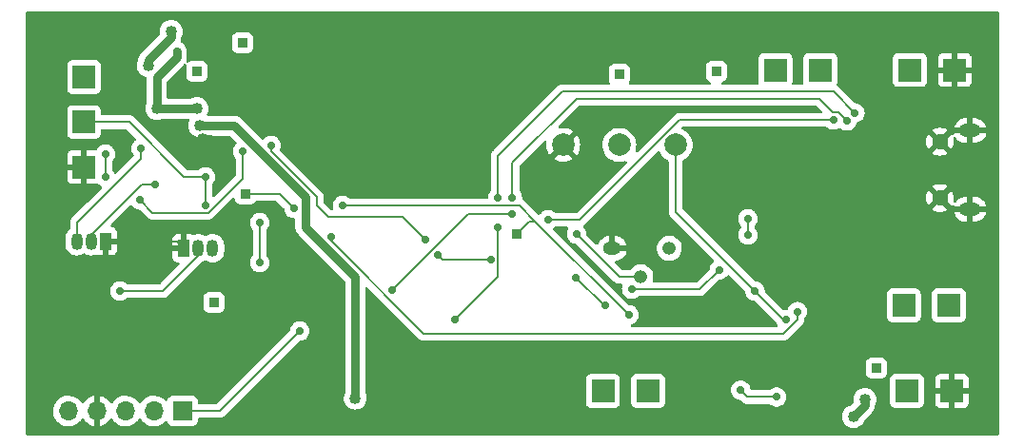
<source format=gbl>
G04 #@! TF.GenerationSoftware,KiCad,Pcbnew,(6.0.7-1)-1*
G04 #@! TF.CreationDate,2022-11-10T23:35:09-08:00*
G04 #@! TF.ProjectId,Lightsaber,4c696768-7473-4616-9265-722e6b696361,rev?*
G04 #@! TF.SameCoordinates,Original*
G04 #@! TF.FileFunction,Copper,L2,Bot*
G04 #@! TF.FilePolarity,Positive*
%FSLAX46Y46*%
G04 Gerber Fmt 4.6, Leading zero omitted, Abs format (unit mm)*
G04 Created by KiCad (PCBNEW (6.0.7-1)-1) date 2022-11-10 23:35:09*
%MOMM*%
%LPD*%
G01*
G04 APERTURE LIST*
G04 #@! TA.AperFunction,ComponentPad*
%ADD10R,2.000000X2.000000*%
G04 #@! TD*
G04 #@! TA.AperFunction,ComponentPad*
%ADD11R,1.700000X1.700000*%
G04 #@! TD*
G04 #@! TA.AperFunction,ComponentPad*
%ADD12O,1.700000X1.700000*%
G04 #@! TD*
G04 #@! TA.AperFunction,ComponentPad*
%ADD13R,0.850000X0.850000*%
G04 #@! TD*
G04 #@! TA.AperFunction,ComponentPad*
%ADD14O,1.600000X1.200000*%
G04 #@! TD*
G04 #@! TA.AperFunction,ComponentPad*
%ADD15O,1.200000X1.200000*%
G04 #@! TD*
G04 #@! TA.AperFunction,ComponentPad*
%ADD16C,2.000000*%
G04 #@! TD*
G04 #@! TA.AperFunction,ComponentPad*
%ADD17R,1.050000X1.500000*%
G04 #@! TD*
G04 #@! TA.AperFunction,ComponentPad*
%ADD18O,1.050000X1.500000*%
G04 #@! TD*
G04 #@! TA.AperFunction,ComponentPad*
%ADD19C,1.450000*%
G04 #@! TD*
G04 #@! TA.AperFunction,ComponentPad*
%ADD20O,1.900000X1.200000*%
G04 #@! TD*
G04 #@! TA.AperFunction,ViaPad*
%ADD21C,0.711200*%
G04 #@! TD*
G04 #@! TA.AperFunction,ViaPad*
%ADD22C,1.016000*%
G04 #@! TD*
G04 #@! TA.AperFunction,Conductor*
%ADD23C,0.203200*%
G04 #@! TD*
G04 #@! TA.AperFunction,Conductor*
%ADD24C,0.762000*%
G04 #@! TD*
G04 APERTURE END LIST*
D10*
X107315000Y-85090000D03*
X107315000Y-89090000D03*
X107315000Y-93090000D03*
D11*
X116078000Y-114808000D03*
D12*
X113538000Y-114808000D03*
X110998000Y-114808000D03*
X108458000Y-114808000D03*
X105918000Y-114808000D03*
D13*
X177800000Y-110998000D03*
X145796000Y-99060000D03*
X154940000Y-84836000D03*
X163576000Y-84582000D03*
X121666000Y-95504000D03*
X121412000Y-82042000D03*
X117348000Y-84582000D03*
X118872000Y-105156000D03*
D14*
X154305000Y-100330000D03*
D15*
X156845000Y-102870000D03*
X159385000Y-100330000D03*
D10*
X180785000Y-84455000D03*
X184785000Y-84455000D03*
X184245000Y-105410000D03*
X180245000Y-105410000D03*
D16*
X149940000Y-91130000D03*
X154940000Y-91130000D03*
X159940000Y-91130000D03*
D10*
X180530000Y-113030000D03*
X184530000Y-113030000D03*
D17*
X109220000Y-99695000D03*
D18*
X107950000Y-99695000D03*
X106680000Y-99695000D03*
D10*
X153480000Y-113030000D03*
X157480000Y-113030000D03*
X168815000Y-84455000D03*
X172815000Y-84455000D03*
D17*
X116205000Y-100330000D03*
D18*
X117475000Y-100330000D03*
X118745000Y-100330000D03*
D19*
X183449500Y-95845000D03*
D20*
X186149500Y-96845000D03*
X186149500Y-89845000D03*
D19*
X183449500Y-90845000D03*
D21*
X109220000Y-91948000D03*
X109220000Y-94003900D03*
X121412000Y-91694000D03*
X112268000Y-96012000D03*
X123952000Y-91186000D03*
X143510500Y-101346000D03*
X137668000Y-99568000D03*
X138751660Y-100905660D03*
X122936000Y-98044000D03*
X122936000Y-101600000D03*
X126492000Y-107696000D03*
D22*
X113792000Y-87884000D03*
X117348000Y-87884000D03*
X117831100Y-90579102D03*
X117602000Y-89408000D03*
D21*
X125984000Y-96774000D03*
X153670000Y-105410000D03*
X166370000Y-97700500D03*
X166370000Y-99149500D03*
X156034275Y-103964275D03*
X151095200Y-102904800D03*
X163830000Y-102235000D03*
X176784000Y-80772000D03*
X163576000Y-110236000D03*
X121412000Y-115316000D03*
X178816000Y-99568000D03*
X145288000Y-85852000D03*
X123698000Y-83058000D03*
X161544000Y-106172000D03*
X163576000Y-96012000D03*
X171595675Y-91585674D03*
D22*
X119634000Y-91694000D03*
D21*
X179832000Y-88392000D03*
X167132000Y-81280000D03*
X170815000Y-111760000D03*
X128016000Y-106172000D03*
X121412000Y-88392000D03*
X175260000Y-102616000D03*
X134112000Y-108204000D03*
X112776000Y-98552000D03*
X161544000Y-114300000D03*
X103632000Y-92964000D03*
X162560000Y-80772000D03*
X186436000Y-100076000D03*
X130556000Y-93980000D03*
X186944000Y-80772000D03*
X172187299Y-112497299D03*
X178308000Y-107442000D03*
X145796000Y-110744000D03*
X104140000Y-82804000D03*
X186944000Y-109220000D03*
X175260000Y-95369500D03*
X175260000Y-93920500D03*
X170180000Y-90805000D03*
X137668000Y-93472000D03*
X108458000Y-111506000D03*
X170688000Y-109220000D03*
X145288000Y-114300000D03*
X164592000Y-91948000D03*
X103632000Y-103632000D03*
D22*
X115062000Y-81026000D03*
X113030000Y-84074000D03*
X131445000Y-113665000D03*
X175768000Y-115316000D03*
X176784000Y-113792000D03*
D21*
X115570000Y-82804000D03*
X155788874Y-106258874D03*
X130302000Y-96520000D03*
X165735000Y-112962700D03*
X168921654Y-113567880D03*
X151130000Y-99060000D03*
X110490000Y-104140000D03*
X118110000Y-96520000D03*
X118110000Y-93980000D03*
X113665000Y-94615000D03*
X112392326Y-91437326D03*
X129286000Y-99314000D03*
X170762701Y-105955500D03*
X169756251Y-106680000D03*
X167005000Y-104140000D03*
X145415000Y-97244500D03*
X134692099Y-104067901D03*
X145415000Y-95795500D03*
X175188245Y-88971755D03*
X144145000Y-98425000D03*
X140335000Y-106680000D03*
X175895000Y-88265000D03*
X144145000Y-95795500D03*
X148590000Y-97790000D03*
X173990000Y-88900000D03*
D23*
X109220000Y-94003900D02*
X109220000Y-91948000D01*
X112392326Y-91437326D02*
X112392326Y-92331674D01*
X112392326Y-92331674D02*
X106680000Y-98044000D01*
X106680000Y-98044000D02*
X106680000Y-99695000D01*
X121412000Y-91694000D02*
X121412000Y-94116026D01*
X121412000Y-94116026D02*
X118373026Y-97155000D01*
X118373026Y-97155000D02*
X113411000Y-97155000D01*
X113411000Y-97155000D02*
X112268000Y-96012000D01*
D24*
X117602000Y-89408000D02*
X120650000Y-89408000D01*
X120650000Y-89408000D02*
X127000000Y-95758000D01*
X127000000Y-95758000D02*
X127000000Y-98425000D01*
X127000000Y-98425000D02*
X131445000Y-102870000D01*
X131445000Y-102870000D02*
X131445000Y-113665000D01*
D23*
X129032000Y-97536000D02*
X135636000Y-97536000D01*
X135636000Y-97536000D02*
X137668000Y-99568000D01*
X123952000Y-91186000D02*
X123952000Y-91694000D01*
X123952000Y-91694000D02*
X128016000Y-95758000D01*
X128016000Y-95758000D02*
X128016000Y-96520000D01*
X128016000Y-96520000D02*
X129032000Y-97536000D01*
X139192000Y-101346000D02*
X138751660Y-100905660D01*
X143510500Y-101346000D02*
X139192000Y-101346000D01*
X122936000Y-101600000D02*
X122936000Y-98044000D01*
X126492000Y-107696000D02*
X119380000Y-114808000D01*
X119380000Y-114808000D02*
X116078000Y-114808000D01*
D24*
X117348000Y-87884000D02*
X113792000Y-87884000D01*
X175768000Y-115316000D02*
X176784000Y-114300000D01*
X176784000Y-114300000D02*
X176784000Y-113792000D01*
X113792000Y-87884000D02*
X113792000Y-85090000D01*
X113792000Y-85090000D02*
X115570000Y-83312000D01*
X115570000Y-83312000D02*
X115570000Y-82804000D01*
X117831100Y-90579102D02*
X118519102Y-90579102D01*
X118519102Y-90579102D02*
X119634000Y-91694000D01*
D23*
X130302000Y-96520000D02*
X146050000Y-96520000D01*
X146050000Y-96520000D02*
X147447000Y-97917000D01*
X124714000Y-95504000D02*
X121666000Y-95504000D01*
X125984000Y-96774000D02*
X124714000Y-95504000D01*
X155788874Y-106258874D02*
X147447000Y-97917000D01*
X145796000Y-99060000D02*
X146939000Y-97917000D01*
X146939000Y-97917000D02*
X147447000Y-97917000D01*
D24*
X115062000Y-81534000D02*
X115062000Y-81026000D01*
D23*
X129286000Y-99314000D02*
X129286000Y-99686400D01*
X129286000Y-99686400D02*
X137549600Y-107950000D01*
X137549600Y-107950000D02*
X169511556Y-107950000D01*
X169511556Y-107950000D02*
X170762701Y-106698855D01*
X170762701Y-106698855D02*
X170762701Y-105955500D01*
D24*
X113030000Y-84074000D02*
X113030000Y-83566000D01*
X113030000Y-83566000D02*
X115062000Y-81534000D01*
D23*
X172187299Y-112497299D02*
X171552299Y-112497299D01*
X171552299Y-112497299D02*
X170815000Y-111760000D01*
X166340180Y-113567880D02*
X165735000Y-112962700D01*
X168921654Y-113567880D02*
X166340180Y-113567880D01*
X173900000Y-88175000D02*
X172720000Y-86995000D01*
X175188245Y-88971755D02*
X174391490Y-88175000D01*
X151130000Y-86995000D02*
X145415000Y-92710000D01*
X172720000Y-86995000D02*
X151130000Y-86995000D01*
X174391490Y-88175000D02*
X173900000Y-88175000D01*
X145415000Y-92710000D02*
X145415000Y-95795500D01*
X173990000Y-86360000D02*
X175895000Y-88265000D01*
X149860000Y-86360000D02*
X173990000Y-86360000D01*
X144145000Y-92075000D02*
X149860000Y-86360000D01*
X144145000Y-95795500D02*
X144145000Y-92075000D01*
X141515500Y-97244500D02*
X134692099Y-104067901D01*
X145415000Y-97244500D02*
X141515500Y-97244500D01*
X144145000Y-102870000D02*
X140335000Y-106680000D01*
X144145000Y-98425000D02*
X144145000Y-102870000D01*
X153600400Y-105410000D02*
X153670000Y-105410000D01*
X162100725Y-103964275D02*
X163830000Y-102235000D01*
X166370000Y-97790000D02*
X166370000Y-97700500D01*
X156034275Y-103964275D02*
X162100725Y-103964275D01*
X166370000Y-99149500D02*
X166370000Y-97790000D01*
X151095200Y-102904800D02*
X153600400Y-105410000D01*
X115570000Y-99695000D02*
X116205000Y-100330000D01*
X175260000Y-93920500D02*
X175260000Y-95369500D01*
X109220000Y-99695000D02*
X115570000Y-99695000D01*
X170815001Y-90805000D02*
X171595675Y-91585674D01*
X170180000Y-90805000D02*
X170815001Y-90805000D01*
X156845000Y-102870000D02*
X154940000Y-102870000D01*
X154940000Y-102870000D02*
X151130000Y-99060000D01*
X110490000Y-104140000D02*
X114320000Y-104140000D01*
X117475000Y-100985000D02*
X117475000Y-100330000D01*
X114320000Y-104140000D02*
X117475000Y-100985000D01*
X118110000Y-93980000D02*
X118110000Y-96520000D01*
X116205000Y-93980000D02*
X111315000Y-89090000D01*
X111315000Y-89090000D02*
X107315000Y-89090000D01*
X118110000Y-93980000D02*
X116205000Y-93980000D01*
X107950000Y-99695000D02*
X107950000Y-99126672D01*
X112461672Y-94615000D02*
X113665000Y-94615000D01*
X107950000Y-99126672D02*
X112461672Y-94615000D01*
X169545000Y-106680000D02*
X167005000Y-104140000D01*
X169756251Y-106680000D02*
X169545000Y-106680000D01*
X167005000Y-104140000D02*
X159940000Y-97075000D01*
X159940000Y-97075000D02*
X159940000Y-91130000D01*
X151406167Y-97790000D02*
X148590000Y-97790000D01*
X160296167Y-88900000D02*
X151406167Y-97790000D01*
X173990000Y-88900000D02*
X160296167Y-88900000D01*
G04 #@! TA.AperFunction,Conductor*
G36*
X188663621Y-79268502D02*
G01*
X188710114Y-79322158D01*
X188721500Y-79374500D01*
X188721500Y-116840500D01*
X188701498Y-116908621D01*
X188647842Y-116955114D01*
X188595500Y-116966500D01*
X102234500Y-116966500D01*
X102166379Y-116946498D01*
X102119886Y-116892842D01*
X102108500Y-116840500D01*
X102108500Y-114774695D01*
X104555251Y-114774695D01*
X104555548Y-114779848D01*
X104555548Y-114779851D01*
X104562380Y-114898341D01*
X104568110Y-114997715D01*
X104569247Y-115002761D01*
X104569248Y-115002767D01*
X104590275Y-115096069D01*
X104617222Y-115215639D01*
X104658985Y-115318489D01*
X104699208Y-115417547D01*
X104701266Y-115422616D01*
X104738685Y-115483678D01*
X104815291Y-115608688D01*
X104817987Y-115613088D01*
X104964250Y-115781938D01*
X105136126Y-115924632D01*
X105329000Y-116037338D01*
X105537692Y-116117030D01*
X105542760Y-116118061D01*
X105542763Y-116118062D01*
X105637862Y-116137410D01*
X105756597Y-116161567D01*
X105761772Y-116161757D01*
X105761774Y-116161757D01*
X105974673Y-116169564D01*
X105974677Y-116169564D01*
X105979837Y-116169753D01*
X105984957Y-116169097D01*
X105984959Y-116169097D01*
X106196288Y-116142025D01*
X106196289Y-116142025D01*
X106201416Y-116141368D01*
X106206366Y-116139883D01*
X106410429Y-116078661D01*
X106410434Y-116078659D01*
X106415384Y-116077174D01*
X106615994Y-115978896D01*
X106797860Y-115849173D01*
X106956096Y-115691489D01*
X107015594Y-115608689D01*
X107086453Y-115510077D01*
X107087640Y-115510930D01*
X107134960Y-115467362D01*
X107204897Y-115455145D01*
X107270338Y-115482678D01*
X107298166Y-115514511D01*
X107355694Y-115608388D01*
X107361777Y-115616699D01*
X107501213Y-115777667D01*
X107508580Y-115784883D01*
X107672434Y-115920916D01*
X107680881Y-115926831D01*
X107864756Y-116034279D01*
X107874042Y-116038729D01*
X108073001Y-116114703D01*
X108082899Y-116117579D01*
X108186250Y-116138606D01*
X108200299Y-116137410D01*
X108204000Y-116127065D01*
X108204000Y-116126517D01*
X108712000Y-116126517D01*
X108716064Y-116140359D01*
X108729478Y-116142393D01*
X108736184Y-116141534D01*
X108746262Y-116139392D01*
X108950255Y-116078191D01*
X108959842Y-116074433D01*
X109151095Y-115980739D01*
X109159945Y-115975464D01*
X109333328Y-115851792D01*
X109341200Y-115845139D01*
X109492052Y-115694812D01*
X109498730Y-115686965D01*
X109626022Y-115509819D01*
X109627279Y-115510722D01*
X109674373Y-115467362D01*
X109744311Y-115455145D01*
X109809751Y-115482678D01*
X109837579Y-115514511D01*
X109897987Y-115613088D01*
X110044250Y-115781938D01*
X110216126Y-115924632D01*
X110409000Y-116037338D01*
X110617692Y-116117030D01*
X110622760Y-116118061D01*
X110622763Y-116118062D01*
X110717862Y-116137410D01*
X110836597Y-116161567D01*
X110841772Y-116161757D01*
X110841774Y-116161757D01*
X111054673Y-116169564D01*
X111054677Y-116169564D01*
X111059837Y-116169753D01*
X111064957Y-116169097D01*
X111064959Y-116169097D01*
X111276288Y-116142025D01*
X111276289Y-116142025D01*
X111281416Y-116141368D01*
X111286366Y-116139883D01*
X111490429Y-116078661D01*
X111490434Y-116078659D01*
X111495384Y-116077174D01*
X111695994Y-115978896D01*
X111877860Y-115849173D01*
X112036096Y-115691489D01*
X112095594Y-115608689D01*
X112166453Y-115510077D01*
X112167776Y-115511028D01*
X112214645Y-115467857D01*
X112284580Y-115455625D01*
X112350026Y-115483144D01*
X112377875Y-115514994D01*
X112437987Y-115613088D01*
X112584250Y-115781938D01*
X112756126Y-115924632D01*
X112949000Y-116037338D01*
X113157692Y-116117030D01*
X113162760Y-116118061D01*
X113162763Y-116118062D01*
X113257862Y-116137410D01*
X113376597Y-116161567D01*
X113381772Y-116161757D01*
X113381774Y-116161757D01*
X113594673Y-116169564D01*
X113594677Y-116169564D01*
X113599837Y-116169753D01*
X113604957Y-116169097D01*
X113604959Y-116169097D01*
X113816288Y-116142025D01*
X113816289Y-116142025D01*
X113821416Y-116141368D01*
X113826366Y-116139883D01*
X114030429Y-116078661D01*
X114030434Y-116078659D01*
X114035384Y-116077174D01*
X114235994Y-115978896D01*
X114417860Y-115849173D01*
X114526091Y-115741319D01*
X114588462Y-115707404D01*
X114659268Y-115712592D01*
X114716030Y-115755238D01*
X114733012Y-115786341D01*
X114777385Y-115904705D01*
X114864739Y-116021261D01*
X114981295Y-116108615D01*
X115117684Y-116159745D01*
X115179866Y-116166500D01*
X116976134Y-116166500D01*
X117038316Y-116159745D01*
X117174705Y-116108615D01*
X117291261Y-116021261D01*
X117378615Y-115904705D01*
X117429745Y-115768316D01*
X117436500Y-115706134D01*
X117436500Y-115544100D01*
X117456502Y-115475979D01*
X117510158Y-115429486D01*
X117562500Y-115418100D01*
X119304322Y-115418100D01*
X119314874Y-115418598D01*
X119322128Y-115420219D01*
X119387595Y-115418162D01*
X119391552Y-115418100D01*
X119418383Y-115418100D01*
X119422310Y-115417604D01*
X119423216Y-115417547D01*
X119433860Y-115416708D01*
X119476199Y-115415378D01*
X119494586Y-115410036D01*
X119513943Y-115406028D01*
X119525065Y-115404623D01*
X119525066Y-115404623D01*
X119532932Y-115403629D01*
X119543504Y-115399444D01*
X119572318Y-115388036D01*
X119583545Y-115384192D01*
X119616609Y-115374585D01*
X119616611Y-115374584D01*
X119624225Y-115372372D01*
X119640705Y-115362626D01*
X119658445Y-115353935D01*
X119676254Y-115346884D01*
X119710532Y-115321980D01*
X119720452Y-115315464D01*
X119743660Y-115301739D01*
X174746682Y-115301739D01*
X174763362Y-115500386D01*
X174818310Y-115692009D01*
X174821125Y-115697486D01*
X174900427Y-115851792D01*
X174909430Y-115869311D01*
X175033253Y-116025537D01*
X175185063Y-116154737D01*
X175190441Y-116157743D01*
X175190443Y-116157744D01*
X175232397Y-116181191D01*
X175359076Y-116251989D01*
X175364935Y-116253893D01*
X175364938Y-116253894D01*
X175400701Y-116265514D01*
X175548665Y-116313591D01*
X175554775Y-116314320D01*
X175554777Y-116314320D01*
X175622314Y-116322373D01*
X175746609Y-116337194D01*
X175752744Y-116336722D01*
X175752746Y-116336722D01*
X175939226Y-116322373D01*
X175939231Y-116322372D01*
X175945367Y-116321900D01*
X175951297Y-116320244D01*
X175951299Y-116320244D01*
X176041368Y-116295096D01*
X176137370Y-116268292D01*
X176142870Y-116265514D01*
X176309802Y-116181191D01*
X176309804Y-116181190D01*
X176315303Y-116178412D01*
X176472390Y-116055682D01*
X176486633Y-116039181D01*
X176598618Y-115909446D01*
X176598619Y-115909444D01*
X176602647Y-115904778D01*
X176701112Y-115731448D01*
X176714232Y-115692009D01*
X176736881Y-115623922D01*
X176767344Y-115574599D01*
X177356454Y-114985489D01*
X177371482Y-114972652D01*
X177382470Y-114964669D01*
X177427249Y-114914937D01*
X177431790Y-114910153D01*
X177445937Y-114896006D01*
X177458537Y-114880446D01*
X177462825Y-114875425D01*
X177503170Y-114830619D01*
X177503173Y-114830615D01*
X177507585Y-114825715D01*
X177510881Y-114820005D01*
X177510884Y-114820002D01*
X177514375Y-114813955D01*
X177525568Y-114797670D01*
X177529950Y-114792258D01*
X177534107Y-114787125D01*
X177564477Y-114727520D01*
X177567624Y-114721724D01*
X177588137Y-114686194D01*
X177601075Y-114663785D01*
X177605270Y-114650875D01*
X177612833Y-114632616D01*
X177618994Y-114620524D01*
X177636309Y-114555906D01*
X177638182Y-114549582D01*
X177656813Y-114492240D01*
X177658855Y-114485956D01*
X177660272Y-114472470D01*
X177663876Y-114453023D01*
X177665680Y-114446293D01*
X177665680Y-114446292D01*
X177667389Y-114439915D01*
X177669037Y-114408476D01*
X177670890Y-114373113D01*
X177671407Y-114366539D01*
X177673156Y-114349895D01*
X177673156Y-114349891D01*
X177673500Y-114346620D01*
X177673500Y-114326593D01*
X177673671Y-114320030D01*
X177674197Y-114309992D01*
X177690466Y-114254353D01*
X177717112Y-114207448D01*
X177725403Y-114182526D01*
X177750321Y-114107618D01*
X177760129Y-114078134D01*
X179021500Y-114078134D01*
X179028255Y-114140316D01*
X179079385Y-114276705D01*
X179166739Y-114393261D01*
X179283295Y-114480615D01*
X179419684Y-114531745D01*
X179481866Y-114538500D01*
X181578134Y-114538500D01*
X181640316Y-114531745D01*
X181776705Y-114480615D01*
X181893261Y-114393261D01*
X181980615Y-114276705D01*
X182031745Y-114140316D01*
X182038500Y-114078134D01*
X182038500Y-114074669D01*
X183022001Y-114074669D01*
X183022371Y-114081490D01*
X183027895Y-114132352D01*
X183031521Y-114147604D01*
X183076676Y-114268054D01*
X183085214Y-114283649D01*
X183161715Y-114385724D01*
X183174276Y-114398285D01*
X183276351Y-114474786D01*
X183291946Y-114483324D01*
X183412394Y-114528478D01*
X183427649Y-114532105D01*
X183478514Y-114537631D01*
X183485328Y-114538000D01*
X184257885Y-114538000D01*
X184273124Y-114533525D01*
X184274329Y-114532135D01*
X184276000Y-114524452D01*
X184276000Y-114519884D01*
X184784000Y-114519884D01*
X184788475Y-114535123D01*
X184789865Y-114536328D01*
X184797548Y-114537999D01*
X185574669Y-114537999D01*
X185581490Y-114537629D01*
X185632352Y-114532105D01*
X185647604Y-114528479D01*
X185768054Y-114483324D01*
X185783649Y-114474786D01*
X185885724Y-114398285D01*
X185898285Y-114385724D01*
X185974786Y-114283649D01*
X185983324Y-114268054D01*
X186028478Y-114147606D01*
X186032105Y-114132351D01*
X186037631Y-114081486D01*
X186038000Y-114074672D01*
X186038000Y-113302115D01*
X186033525Y-113286876D01*
X186032135Y-113285671D01*
X186024452Y-113284000D01*
X184802115Y-113284000D01*
X184786876Y-113288475D01*
X184785671Y-113289865D01*
X184784000Y-113297548D01*
X184784000Y-114519884D01*
X184276000Y-114519884D01*
X184276000Y-113302115D01*
X184271525Y-113286876D01*
X184270135Y-113285671D01*
X184262452Y-113284000D01*
X183040116Y-113284000D01*
X183024877Y-113288475D01*
X183023672Y-113289865D01*
X183022001Y-113297548D01*
X183022001Y-114074669D01*
X182038500Y-114074669D01*
X182038500Y-112757885D01*
X183022000Y-112757885D01*
X183026475Y-112773124D01*
X183027865Y-112774329D01*
X183035548Y-112776000D01*
X184257885Y-112776000D01*
X184273124Y-112771525D01*
X184274329Y-112770135D01*
X184276000Y-112762452D01*
X184276000Y-112757885D01*
X184784000Y-112757885D01*
X184788475Y-112773124D01*
X184789865Y-112774329D01*
X184797548Y-112776000D01*
X186019884Y-112776000D01*
X186035123Y-112771525D01*
X186036328Y-112770135D01*
X186037999Y-112762452D01*
X186037999Y-111985331D01*
X186037629Y-111978510D01*
X186032105Y-111927648D01*
X186028479Y-111912396D01*
X185983324Y-111791946D01*
X185974786Y-111776351D01*
X185898285Y-111674276D01*
X185885724Y-111661715D01*
X185783649Y-111585214D01*
X185768054Y-111576676D01*
X185647606Y-111531522D01*
X185632351Y-111527895D01*
X185581486Y-111522369D01*
X185574672Y-111522000D01*
X184802115Y-111522000D01*
X184786876Y-111526475D01*
X184785671Y-111527865D01*
X184784000Y-111535548D01*
X184784000Y-112757885D01*
X184276000Y-112757885D01*
X184276000Y-111540116D01*
X184271525Y-111524877D01*
X184270135Y-111523672D01*
X184262452Y-111522001D01*
X183485331Y-111522001D01*
X183478510Y-111522371D01*
X183427648Y-111527895D01*
X183412396Y-111531521D01*
X183291946Y-111576676D01*
X183276351Y-111585214D01*
X183174276Y-111661715D01*
X183161715Y-111674276D01*
X183085214Y-111776351D01*
X183076676Y-111791946D01*
X183031522Y-111912394D01*
X183027895Y-111927649D01*
X183022369Y-111978514D01*
X183022000Y-111985328D01*
X183022000Y-112757885D01*
X182038500Y-112757885D01*
X182038500Y-111981866D01*
X182031745Y-111919684D01*
X181980615Y-111783295D01*
X181893261Y-111666739D01*
X181776705Y-111579385D01*
X181640316Y-111528255D01*
X181578134Y-111521500D01*
X179481866Y-111521500D01*
X179419684Y-111528255D01*
X179283295Y-111579385D01*
X179166739Y-111666739D01*
X179079385Y-111783295D01*
X179028255Y-111919684D01*
X179021500Y-111981866D01*
X179021500Y-114078134D01*
X177760129Y-114078134D01*
X177780035Y-114018294D01*
X177796663Y-113886671D01*
X177804578Y-113824023D01*
X177804579Y-113824013D01*
X177805020Y-113820520D01*
X177805418Y-113792000D01*
X177785965Y-113593606D01*
X177784184Y-113587707D01*
X177784183Y-113587702D01*
X177730129Y-113408667D01*
X177728348Y-113402768D01*
X177668317Y-113289865D01*
X177637655Y-113232198D01*
X177637653Y-113232195D01*
X177634761Y-113226756D01*
X177630871Y-113221986D01*
X177630868Y-113221982D01*
X177512663Y-113077049D01*
X177512660Y-113077046D01*
X177508768Y-113072274D01*
X177355170Y-112945206D01*
X177179815Y-112850392D01*
X176989385Y-112791444D01*
X176983260Y-112790800D01*
X176983259Y-112790800D01*
X176797260Y-112771251D01*
X176797258Y-112771251D01*
X176791131Y-112770607D01*
X176668252Y-112781790D01*
X176598746Y-112788115D01*
X176598745Y-112788115D01*
X176592605Y-112788674D01*
X176586691Y-112790415D01*
X176586689Y-112790415D01*
X176488527Y-112819306D01*
X176401370Y-112844958D01*
X176224709Y-112937314D01*
X176219909Y-112941174D01*
X176219908Y-112941174D01*
X176214893Y-112945206D01*
X176069351Y-113062225D01*
X175941214Y-113214933D01*
X175845179Y-113389621D01*
X175843318Y-113395488D01*
X175843317Y-113395490D01*
X175820415Y-113467685D01*
X175784902Y-113579635D01*
X175762682Y-113777739D01*
X175767934Y-113840285D01*
X175779362Y-113976386D01*
X175778186Y-113976485D01*
X175771461Y-114040830D01*
X175744005Y-114082052D01*
X175509725Y-114316332D01*
X175456209Y-114348109D01*
X175385370Y-114368958D01*
X175208709Y-114461314D01*
X175203909Y-114465174D01*
X175203908Y-114465174D01*
X175170245Y-114492240D01*
X175053351Y-114586225D01*
X174925214Y-114738933D01*
X174829179Y-114913621D01*
X174768902Y-115103635D01*
X174746682Y-115301739D01*
X119743660Y-115301739D01*
X119750079Y-115297943D01*
X119750082Y-115297941D01*
X119756906Y-115293905D01*
X119770433Y-115280378D01*
X119785467Y-115267537D01*
X119794547Y-115260940D01*
X119794548Y-115260939D01*
X119800962Y-115256279D01*
X119827974Y-115223627D01*
X119835963Y-115214848D01*
X126453807Y-108597005D01*
X126516119Y-108562979D01*
X126542902Y-108560100D01*
X126582821Y-108560100D01*
X126589274Y-108558728D01*
X126589278Y-108558728D01*
X126689697Y-108537383D01*
X126760493Y-108522335D01*
X126766524Y-108519650D01*
X126920400Y-108451140D01*
X126920402Y-108451139D01*
X126926430Y-108448455D01*
X126971979Y-108415362D01*
X127068037Y-108345572D01*
X127068039Y-108345570D01*
X127073381Y-108341689D01*
X127077898Y-108336672D01*
X127190504Y-108211611D01*
X127190505Y-108211610D01*
X127194923Y-108206703D01*
X127285743Y-108049397D01*
X127341873Y-107876646D01*
X127360860Y-107696000D01*
X127341873Y-107515354D01*
X127285743Y-107342603D01*
X127262876Y-107302995D01*
X127236534Y-107257370D01*
X127194923Y-107185297D01*
X127183564Y-107172681D01*
X127077803Y-107055222D01*
X127077802Y-107055221D01*
X127073381Y-107050311D01*
X127064050Y-107043531D01*
X126931772Y-106947426D01*
X126931771Y-106947425D01*
X126926430Y-106943545D01*
X126920402Y-106940861D01*
X126920400Y-106940860D01*
X126766524Y-106872350D01*
X126766523Y-106872350D01*
X126760493Y-106869665D01*
X126671657Y-106850782D01*
X126589278Y-106833272D01*
X126589274Y-106833272D01*
X126582821Y-106831900D01*
X126401179Y-106831900D01*
X126394726Y-106833272D01*
X126394722Y-106833272D01*
X126312343Y-106850782D01*
X126223507Y-106869665D01*
X126217477Y-106872350D01*
X126217476Y-106872350D01*
X126063600Y-106940860D01*
X126063598Y-106940861D01*
X126057570Y-106943545D01*
X126052229Y-106947425D01*
X126052228Y-106947426D01*
X125919951Y-107043531D01*
X125910619Y-107050311D01*
X125906198Y-107055221D01*
X125906197Y-107055222D01*
X125800437Y-107172681D01*
X125789077Y-107185297D01*
X125747466Y-107257370D01*
X125721125Y-107302995D01*
X125698257Y-107342603D01*
X125642127Y-107515354D01*
X125641437Y-107521917D01*
X125641437Y-107521918D01*
X125627093Y-107658387D01*
X125600079Y-107724044D01*
X125590878Y-107734311D01*
X119164193Y-114160995D01*
X119101881Y-114195021D01*
X119075098Y-114197900D01*
X117562500Y-114197900D01*
X117494379Y-114177898D01*
X117447886Y-114124242D01*
X117436500Y-114071900D01*
X117436500Y-113909866D01*
X117429745Y-113847684D01*
X117378615Y-113711295D01*
X117291261Y-113594739D01*
X117174705Y-113507385D01*
X117038316Y-113456255D01*
X116976134Y-113449500D01*
X115179866Y-113449500D01*
X115117684Y-113456255D01*
X114981295Y-113507385D01*
X114864739Y-113594739D01*
X114777385Y-113711295D01*
X114774233Y-113719703D01*
X114732919Y-113829907D01*
X114690277Y-113886671D01*
X114623716Y-113911371D01*
X114554367Y-113896163D01*
X114521743Y-113870476D01*
X114471151Y-113814875D01*
X114471142Y-113814866D01*
X114467670Y-113811051D01*
X114463619Y-113807852D01*
X114463615Y-113807848D01*
X114296414Y-113675800D01*
X114296410Y-113675798D01*
X114292359Y-113672598D01*
X114272279Y-113661513D01*
X114176044Y-113608389D01*
X114096789Y-113564638D01*
X114091920Y-113562914D01*
X114091916Y-113562912D01*
X113891087Y-113491795D01*
X113891083Y-113491794D01*
X113886212Y-113490069D01*
X113881119Y-113489162D01*
X113881116Y-113489161D01*
X113671373Y-113451800D01*
X113671367Y-113451799D01*
X113666284Y-113450894D01*
X113592452Y-113449992D01*
X113448081Y-113448228D01*
X113448079Y-113448228D01*
X113442911Y-113448165D01*
X113222091Y-113481955D01*
X113009756Y-113551357D01*
X112978016Y-113567880D01*
X112892740Y-113612272D01*
X112811607Y-113654507D01*
X112807474Y-113657610D01*
X112807471Y-113657612D01*
X112647477Y-113777739D01*
X112632965Y-113788635D01*
X112607541Y-113815240D01*
X112539280Y-113886671D01*
X112478629Y-113950138D01*
X112371201Y-114107621D01*
X112316293Y-114152621D01*
X112245768Y-114160792D01*
X112182021Y-114129538D01*
X112161324Y-114105054D01*
X112080822Y-113980617D01*
X112080820Y-113980614D01*
X112078014Y-113976277D01*
X111927670Y-113811051D01*
X111923619Y-113807852D01*
X111923615Y-113807848D01*
X111756414Y-113675800D01*
X111756410Y-113675798D01*
X111752359Y-113672598D01*
X111732279Y-113661513D01*
X111636044Y-113608389D01*
X111556789Y-113564638D01*
X111551920Y-113562914D01*
X111551916Y-113562912D01*
X111351087Y-113491795D01*
X111351083Y-113491794D01*
X111346212Y-113490069D01*
X111341119Y-113489162D01*
X111341116Y-113489161D01*
X111131373Y-113451800D01*
X111131367Y-113451799D01*
X111126284Y-113450894D01*
X111052452Y-113449992D01*
X110908081Y-113448228D01*
X110908079Y-113448228D01*
X110902911Y-113448165D01*
X110682091Y-113481955D01*
X110469756Y-113551357D01*
X110438016Y-113567880D01*
X110352740Y-113612272D01*
X110271607Y-113654507D01*
X110267474Y-113657610D01*
X110267471Y-113657612D01*
X110107477Y-113777739D01*
X110092965Y-113788635D01*
X110067541Y-113815240D01*
X109999280Y-113886671D01*
X109938629Y-113950138D01*
X109935720Y-113954403D01*
X109935714Y-113954411D01*
X109900488Y-114006051D01*
X109831204Y-114107618D01*
X109830898Y-114108066D01*
X109775987Y-114153069D01*
X109705462Y-114161240D01*
X109641715Y-114129986D01*
X109621018Y-114105502D01*
X109540426Y-113980926D01*
X109534136Y-113972757D01*
X109390806Y-113815240D01*
X109383273Y-113808215D01*
X109216139Y-113676222D01*
X109207552Y-113670517D01*
X109021117Y-113567599D01*
X109011705Y-113563369D01*
X108810959Y-113492280D01*
X108800988Y-113489646D01*
X108729837Y-113476972D01*
X108716540Y-113478432D01*
X108712000Y-113492989D01*
X108712000Y-116126517D01*
X108204000Y-116126517D01*
X108204000Y-113491102D01*
X108200082Y-113477758D01*
X108185806Y-113475771D01*
X108147324Y-113481660D01*
X108137288Y-113484051D01*
X107934868Y-113550212D01*
X107925359Y-113554209D01*
X107736463Y-113652542D01*
X107727738Y-113658036D01*
X107557433Y-113785905D01*
X107549726Y-113792748D01*
X107402590Y-113946717D01*
X107396109Y-113954722D01*
X107291498Y-114108074D01*
X107236587Y-114153076D01*
X107166062Y-114161247D01*
X107102315Y-114129993D01*
X107081618Y-114105509D01*
X107000822Y-113980617D01*
X107000820Y-113980614D01*
X106998014Y-113976277D01*
X106847670Y-113811051D01*
X106843619Y-113807852D01*
X106843615Y-113807848D01*
X106676414Y-113675800D01*
X106676410Y-113675798D01*
X106672359Y-113672598D01*
X106652279Y-113661513D01*
X106556044Y-113608389D01*
X106476789Y-113564638D01*
X106471920Y-113562914D01*
X106471916Y-113562912D01*
X106271087Y-113491795D01*
X106271083Y-113491794D01*
X106266212Y-113490069D01*
X106261119Y-113489162D01*
X106261116Y-113489161D01*
X106051373Y-113451800D01*
X106051367Y-113451799D01*
X106046284Y-113450894D01*
X105972452Y-113449992D01*
X105828081Y-113448228D01*
X105828079Y-113448228D01*
X105822911Y-113448165D01*
X105602091Y-113481955D01*
X105389756Y-113551357D01*
X105358016Y-113567880D01*
X105272740Y-113612272D01*
X105191607Y-113654507D01*
X105187474Y-113657610D01*
X105187471Y-113657612D01*
X105027477Y-113777739D01*
X105012965Y-113788635D01*
X104987541Y-113815240D01*
X104919280Y-113886671D01*
X104858629Y-113950138D01*
X104855720Y-113954403D01*
X104855714Y-113954411D01*
X104820488Y-114006051D01*
X104732743Y-114134680D01*
X104703359Y-114197982D01*
X104648367Y-114316454D01*
X104638688Y-114337305D01*
X104578989Y-114552570D01*
X104555251Y-114774695D01*
X102108500Y-114774695D01*
X102108500Y-105629134D01*
X117938500Y-105629134D01*
X117945255Y-105691316D01*
X117996385Y-105827705D01*
X118083739Y-105944261D01*
X118200295Y-106031615D01*
X118336684Y-106082745D01*
X118398866Y-106089500D01*
X119345134Y-106089500D01*
X119407316Y-106082745D01*
X119543705Y-106031615D01*
X119660261Y-105944261D01*
X119747615Y-105827705D01*
X119798745Y-105691316D01*
X119805500Y-105629134D01*
X119805500Y-104682866D01*
X119798745Y-104620684D01*
X119747615Y-104484295D01*
X119660261Y-104367739D01*
X119543705Y-104280385D01*
X119407316Y-104229255D01*
X119345134Y-104222500D01*
X118398866Y-104222500D01*
X118336684Y-104229255D01*
X118200295Y-104280385D01*
X118083739Y-104367739D01*
X117996385Y-104484295D01*
X117945255Y-104620684D01*
X117938500Y-104682866D01*
X117938500Y-105629134D01*
X102108500Y-105629134D01*
X102108500Y-104140000D01*
X109621140Y-104140000D01*
X109621830Y-104146565D01*
X109625167Y-104178309D01*
X109640127Y-104320646D01*
X109642167Y-104326924D01*
X109642167Y-104326925D01*
X109659381Y-104379903D01*
X109696257Y-104493397D01*
X109699560Y-104499119D01*
X109699561Y-104499120D01*
X109710983Y-104518904D01*
X109787077Y-104650703D01*
X109791495Y-104655610D01*
X109791496Y-104655611D01*
X109878258Y-104751970D01*
X109908619Y-104785689D01*
X109913961Y-104789570D01*
X109913963Y-104789572D01*
X110050228Y-104888574D01*
X110055570Y-104892455D01*
X110061598Y-104895139D01*
X110061600Y-104895140D01*
X110215476Y-104963650D01*
X110221507Y-104966335D01*
X110310343Y-104985218D01*
X110392722Y-105002728D01*
X110392726Y-105002728D01*
X110399179Y-105004100D01*
X110580821Y-105004100D01*
X110587274Y-105002728D01*
X110587278Y-105002728D01*
X110669657Y-104985218D01*
X110758493Y-104966335D01*
X110764524Y-104963650D01*
X110918400Y-104895140D01*
X110918402Y-104895139D01*
X110924430Y-104892455D01*
X110929772Y-104888574D01*
X111066037Y-104789572D01*
X111066039Y-104789570D01*
X111071381Y-104785689D01*
X111074555Y-104782164D01*
X111137940Y-104751746D01*
X111158242Y-104750100D01*
X114244322Y-104750100D01*
X114254874Y-104750598D01*
X114262128Y-104752219D01*
X114327595Y-104750162D01*
X114331552Y-104750100D01*
X114358383Y-104750100D01*
X114362310Y-104749604D01*
X114363216Y-104749547D01*
X114373860Y-104748708D01*
X114416199Y-104747378D01*
X114434586Y-104742036D01*
X114453943Y-104738028D01*
X114465065Y-104736623D01*
X114465066Y-104736623D01*
X114472932Y-104735629D01*
X114483504Y-104731444D01*
X114512318Y-104720036D01*
X114523545Y-104716192D01*
X114556609Y-104706585D01*
X114556611Y-104706584D01*
X114564225Y-104704372D01*
X114580705Y-104694626D01*
X114598445Y-104685935D01*
X114616254Y-104678884D01*
X114650532Y-104653980D01*
X114660452Y-104647464D01*
X114690079Y-104629943D01*
X114690082Y-104629941D01*
X114696906Y-104625905D01*
X114710433Y-104612378D01*
X114725467Y-104599537D01*
X114734547Y-104592940D01*
X114734548Y-104592939D01*
X114740962Y-104588279D01*
X114767974Y-104555627D01*
X114775963Y-104546848D01*
X117722812Y-101600000D01*
X122067140Y-101600000D01*
X122067830Y-101606565D01*
X122079689Y-101719389D01*
X122086127Y-101780646D01*
X122088167Y-101786924D01*
X122088167Y-101786925D01*
X122114559Y-101868150D01*
X122142257Y-101953397D01*
X122145560Y-101959119D01*
X122145561Y-101959120D01*
X122155366Y-101976102D01*
X122233077Y-102110703D01*
X122237495Y-102115610D01*
X122237496Y-102115611D01*
X122346496Y-102236668D01*
X122354619Y-102245689D01*
X122359961Y-102249570D01*
X122359963Y-102249572D01*
X122477500Y-102334967D01*
X122501570Y-102352455D01*
X122507598Y-102355139D01*
X122507600Y-102355140D01*
X122595099Y-102394097D01*
X122667507Y-102426335D01*
X122756343Y-102445218D01*
X122838722Y-102462728D01*
X122838726Y-102462728D01*
X122845179Y-102464100D01*
X123026821Y-102464100D01*
X123033274Y-102462728D01*
X123033278Y-102462728D01*
X123115657Y-102445218D01*
X123204493Y-102426335D01*
X123276901Y-102394097D01*
X123364400Y-102355140D01*
X123364402Y-102355139D01*
X123370430Y-102352455D01*
X123394500Y-102334967D01*
X123512037Y-102249572D01*
X123512039Y-102249570D01*
X123517381Y-102245689D01*
X123525504Y-102236668D01*
X123634504Y-102115611D01*
X123634505Y-102115610D01*
X123638923Y-102110703D01*
X123716634Y-101976102D01*
X123726439Y-101959120D01*
X123726440Y-101959119D01*
X123729743Y-101953397D01*
X123757441Y-101868150D01*
X123783833Y-101786925D01*
X123783833Y-101786924D01*
X123785873Y-101780646D01*
X123792312Y-101719389D01*
X123804170Y-101606565D01*
X123804860Y-101600000D01*
X123802302Y-101575665D01*
X123786563Y-101425918D01*
X123786563Y-101425917D01*
X123785873Y-101419354D01*
X123780566Y-101403019D01*
X123731785Y-101252888D01*
X123729743Y-101246603D01*
X123726439Y-101240880D01*
X123642226Y-101095017D01*
X123642223Y-101095013D01*
X123638923Y-101089297D01*
X123578464Y-101022150D01*
X123547747Y-100958143D01*
X123546100Y-100937840D01*
X123546100Y-98706160D01*
X123566102Y-98638039D01*
X123578464Y-98621849D01*
X123593054Y-98605646D01*
X123615352Y-98580881D01*
X123634504Y-98559611D01*
X123634505Y-98559610D01*
X123638923Y-98554703D01*
X123642223Y-98548987D01*
X123642226Y-98548983D01*
X123726439Y-98403120D01*
X123726440Y-98403119D01*
X123729743Y-98397397D01*
X123762458Y-98296711D01*
X123783833Y-98230925D01*
X123783833Y-98230924D01*
X123785873Y-98224646D01*
X123802040Y-98070835D01*
X123804170Y-98050565D01*
X123804860Y-98044000D01*
X123787636Y-97880128D01*
X123786563Y-97869918D01*
X123786563Y-97869917D01*
X123785873Y-97863354D01*
X123783115Y-97854864D01*
X123734285Y-97704582D01*
X123729743Y-97690603D01*
X123721752Y-97676761D01*
X123677627Y-97600335D01*
X123638923Y-97533297D01*
X123633035Y-97526757D01*
X123521803Y-97403222D01*
X123521802Y-97403221D01*
X123517381Y-97398311D01*
X123511974Y-97394382D01*
X123375772Y-97295426D01*
X123375771Y-97295425D01*
X123370430Y-97291545D01*
X123364402Y-97288861D01*
X123364400Y-97288860D01*
X123210524Y-97220350D01*
X123210523Y-97220350D01*
X123204493Y-97217665D01*
X123115657Y-97198783D01*
X123033278Y-97181272D01*
X123033274Y-97181272D01*
X123026821Y-97179900D01*
X122845179Y-97179900D01*
X122838726Y-97181272D01*
X122838722Y-97181272D01*
X122756343Y-97198782D01*
X122667507Y-97217665D01*
X122661477Y-97220350D01*
X122661476Y-97220350D01*
X122507600Y-97288860D01*
X122507598Y-97288861D01*
X122501570Y-97291545D01*
X122496229Y-97295425D01*
X122496228Y-97295426D01*
X122360027Y-97394382D01*
X122354619Y-97398311D01*
X122350198Y-97403221D01*
X122350197Y-97403222D01*
X122238966Y-97526757D01*
X122233077Y-97533297D01*
X122194373Y-97600335D01*
X122150249Y-97676761D01*
X122142257Y-97690603D01*
X122137715Y-97704582D01*
X122088886Y-97854864D01*
X122086127Y-97863354D01*
X122085437Y-97869917D01*
X122085437Y-97869918D01*
X122084364Y-97880128D01*
X122067140Y-98044000D01*
X122067830Y-98050565D01*
X122069961Y-98070835D01*
X122086127Y-98224646D01*
X122088167Y-98230924D01*
X122088167Y-98230925D01*
X122109542Y-98296711D01*
X122142257Y-98397397D01*
X122145560Y-98403119D01*
X122145561Y-98403120D01*
X122229774Y-98548983D01*
X122229777Y-98548987D01*
X122233077Y-98554703D01*
X122237495Y-98559610D01*
X122237496Y-98559611D01*
X122256648Y-98580881D01*
X122278947Y-98605646D01*
X122293536Y-98621849D01*
X122324253Y-98685857D01*
X122325900Y-98706160D01*
X122325900Y-100937840D01*
X122305898Y-101005961D01*
X122293537Y-101022149D01*
X122233077Y-101089297D01*
X122229777Y-101095013D01*
X122229774Y-101095017D01*
X122145561Y-101240880D01*
X122142257Y-101246603D01*
X122140215Y-101252888D01*
X122091435Y-101403019D01*
X122086127Y-101419354D01*
X122085437Y-101425917D01*
X122085437Y-101425918D01*
X122069698Y-101575665D01*
X122067140Y-101600000D01*
X117722812Y-101600000D01*
X117757573Y-101565239D01*
X117811090Y-101533462D01*
X117864029Y-101517881D01*
X118043460Y-101424077D01*
X118043462Y-101424077D01*
X118043645Y-101423981D01*
X118043663Y-101424016D01*
X118109441Y-101404111D01*
X118170409Y-101419271D01*
X118342565Y-101512356D01*
X118410741Y-101533460D01*
X118530293Y-101570468D01*
X118530296Y-101570469D01*
X118536180Y-101572290D01*
X118542305Y-101572934D01*
X118542306Y-101572934D01*
X118731622Y-101592832D01*
X118731623Y-101592832D01*
X118737750Y-101593476D01*
X118826180Y-101585428D01*
X118933457Y-101575665D01*
X118933460Y-101575664D01*
X118939596Y-101575106D01*
X118945502Y-101573368D01*
X118945506Y-101573367D01*
X119128120Y-101519620D01*
X119128119Y-101519620D01*
X119134029Y-101517881D01*
X119139486Y-101515028D01*
X119139489Y-101515027D01*
X119279707Y-101441723D01*
X119313645Y-101423981D01*
X119339717Y-101403019D01*
X119454635Y-101310622D01*
X119471601Y-101296981D01*
X119601881Y-101141719D01*
X119604845Y-101136327D01*
X119604848Y-101136323D01*
X119696556Y-100969506D01*
X119699523Y-100964109D01*
X119758773Y-100777327D01*
X119758944Y-100776789D01*
X119760807Y-100770916D01*
X119762401Y-100756713D01*
X119769810Y-100690652D01*
X119778500Y-100613183D01*
X119778500Y-100053996D01*
X119763723Y-99903287D01*
X119705142Y-99709258D01*
X119609990Y-99530302D01*
X119592307Y-99508620D01*
X119525256Y-99426409D01*
X119481890Y-99373237D01*
X119444066Y-99341946D01*
X119330472Y-99247973D01*
X119330469Y-99247971D01*
X119325722Y-99244044D01*
X119147435Y-99147644D01*
X119027407Y-99110489D01*
X118959707Y-99089532D01*
X118959704Y-99089531D01*
X118953820Y-99087710D01*
X118947695Y-99087066D01*
X118947694Y-99087066D01*
X118758378Y-99067168D01*
X118758377Y-99067168D01*
X118752250Y-99066524D01*
X118673709Y-99073672D01*
X118556543Y-99084335D01*
X118556540Y-99084336D01*
X118550404Y-99084894D01*
X118544498Y-99086632D01*
X118544494Y-99086633D01*
X118408442Y-99126676D01*
X118355971Y-99142119D01*
X118350514Y-99144972D01*
X118350511Y-99144973D01*
X118329294Y-99156065D01*
X118176540Y-99235923D01*
X118176538Y-99235923D01*
X118176355Y-99236019D01*
X118176337Y-99235984D01*
X118110559Y-99255889D01*
X118049591Y-99240729D01*
X117877435Y-99147644D01*
X117757407Y-99110489D01*
X117689707Y-99089532D01*
X117689704Y-99089531D01*
X117683820Y-99087710D01*
X117677695Y-99087066D01*
X117677694Y-99087066D01*
X117488378Y-99067168D01*
X117488377Y-99067168D01*
X117482250Y-99066524D01*
X117403709Y-99073672D01*
X117286543Y-99084335D01*
X117286540Y-99084336D01*
X117280404Y-99084894D01*
X117274498Y-99086632D01*
X117274494Y-99086633D01*
X117193440Y-99110489D01*
X117085971Y-99142119D01*
X117085771Y-99141441D01*
X117019727Y-99147956D01*
X116982677Y-99134680D01*
X116968063Y-99126679D01*
X116847606Y-99081522D01*
X116832351Y-99077895D01*
X116781486Y-99072369D01*
X116774672Y-99072000D01*
X116477115Y-99072000D01*
X116461876Y-99076475D01*
X116460671Y-99077865D01*
X116459000Y-99085548D01*
X116459000Y-99883758D01*
X116458215Y-99897803D01*
X116441500Y-100046817D01*
X116441500Y-100458000D01*
X116421498Y-100526121D01*
X116367842Y-100572614D01*
X116315500Y-100584000D01*
X115190116Y-100584000D01*
X115174877Y-100588475D01*
X115173672Y-100589865D01*
X115172001Y-100597548D01*
X115172001Y-101124669D01*
X115172371Y-101131490D01*
X115177895Y-101182352D01*
X115181521Y-101197604D01*
X115226676Y-101318054D01*
X115235214Y-101333649D01*
X115311715Y-101435724D01*
X115324276Y-101448285D01*
X115426351Y-101524786D01*
X115441946Y-101533324D01*
X115562394Y-101578478D01*
X115577649Y-101582105D01*
X115628514Y-101587631D01*
X115635328Y-101588000D01*
X115704998Y-101588000D01*
X115773119Y-101608002D01*
X115819612Y-101661658D01*
X115829716Y-101731932D01*
X115800222Y-101796512D01*
X115794093Y-101803095D01*
X114104193Y-103492995D01*
X114041881Y-103527021D01*
X114015098Y-103529900D01*
X111158242Y-103529900D01*
X111090121Y-103509898D01*
X111075064Y-103498401D01*
X111071381Y-103494311D01*
X111058079Y-103484646D01*
X110929772Y-103391426D01*
X110929771Y-103391425D01*
X110924430Y-103387545D01*
X110918402Y-103384861D01*
X110918400Y-103384860D01*
X110764524Y-103316350D01*
X110764523Y-103316350D01*
X110758493Y-103313665D01*
X110650135Y-103290633D01*
X110587278Y-103277272D01*
X110587274Y-103277272D01*
X110580821Y-103275900D01*
X110399179Y-103275900D01*
X110392726Y-103277272D01*
X110392722Y-103277272D01*
X110329865Y-103290633D01*
X110221507Y-103313665D01*
X110215477Y-103316350D01*
X110215476Y-103316350D01*
X110061600Y-103384860D01*
X110061598Y-103384861D01*
X110055570Y-103387545D01*
X110050229Y-103391425D01*
X110050228Y-103391426D01*
X109921922Y-103484646D01*
X109908619Y-103494311D01*
X109904198Y-103499221D01*
X109904197Y-103499222D01*
X109791818Y-103624032D01*
X109787077Y-103629297D01*
X109730212Y-103727790D01*
X109701696Y-103777183D01*
X109696257Y-103786603D01*
X109694215Y-103792888D01*
X109658795Y-103901901D01*
X109640127Y-103959354D01*
X109639437Y-103965917D01*
X109639437Y-103965918D01*
X109625094Y-104102384D01*
X109621140Y-104140000D01*
X102108500Y-104140000D01*
X102108500Y-99971004D01*
X105646500Y-99971004D01*
X105661277Y-100121713D01*
X105719858Y-100315742D01*
X105815010Y-100494698D01*
X105818904Y-100499472D01*
X105818905Y-100499474D01*
X105840638Y-100526121D01*
X105943110Y-100651763D01*
X105947857Y-100655690D01*
X105947859Y-100655692D01*
X106094528Y-100777027D01*
X106094531Y-100777029D01*
X106099278Y-100780956D01*
X106277565Y-100877356D01*
X106374373Y-100907323D01*
X106465293Y-100935468D01*
X106465296Y-100935469D01*
X106471180Y-100937290D01*
X106477305Y-100937934D01*
X106477306Y-100937934D01*
X106666622Y-100957832D01*
X106666623Y-100957832D01*
X106672750Y-100958476D01*
X106782090Y-100948525D01*
X106868457Y-100940665D01*
X106868460Y-100940664D01*
X106874596Y-100940106D01*
X106880502Y-100938368D01*
X106880506Y-100938367D01*
X107040288Y-100891340D01*
X107069029Y-100882881D01*
X107074486Y-100880028D01*
X107074489Y-100880027D01*
X107226182Y-100800724D01*
X107248460Y-100789077D01*
X107248462Y-100789077D01*
X107248645Y-100788981D01*
X107248663Y-100789016D01*
X107314441Y-100769111D01*
X107375409Y-100784271D01*
X107547565Y-100877356D01*
X107644373Y-100907323D01*
X107735293Y-100935468D01*
X107735296Y-100935469D01*
X107741180Y-100937290D01*
X107747305Y-100937934D01*
X107747306Y-100937934D01*
X107936622Y-100957832D01*
X107936623Y-100957832D01*
X107942750Y-100958476D01*
X108052090Y-100948525D01*
X108138457Y-100940665D01*
X108138460Y-100940664D01*
X108144596Y-100940106D01*
X108150502Y-100938368D01*
X108150506Y-100938367D01*
X108286558Y-100898324D01*
X108339029Y-100882881D01*
X108339229Y-100883559D01*
X108405273Y-100877044D01*
X108442323Y-100890320D01*
X108456937Y-100898321D01*
X108577394Y-100943478D01*
X108592649Y-100947105D01*
X108643514Y-100952631D01*
X108650328Y-100953000D01*
X108947885Y-100953000D01*
X108963124Y-100948525D01*
X108964329Y-100947135D01*
X108966000Y-100939452D01*
X108966000Y-100934884D01*
X109474000Y-100934884D01*
X109478475Y-100950123D01*
X109479865Y-100951328D01*
X109487548Y-100952999D01*
X109789669Y-100952999D01*
X109796490Y-100952629D01*
X109847352Y-100947105D01*
X109862604Y-100943479D01*
X109983054Y-100898324D01*
X109998649Y-100889786D01*
X110100724Y-100813285D01*
X110113285Y-100800724D01*
X110189786Y-100698649D01*
X110198324Y-100683054D01*
X110243478Y-100562606D01*
X110247105Y-100547351D01*
X110252631Y-100496486D01*
X110253000Y-100489672D01*
X110253000Y-100057885D01*
X115172000Y-100057885D01*
X115176475Y-100073124D01*
X115177865Y-100074329D01*
X115185548Y-100076000D01*
X115932885Y-100076000D01*
X115948124Y-100071525D01*
X115949329Y-100070135D01*
X115951000Y-100062452D01*
X115951000Y-99090116D01*
X115946525Y-99074877D01*
X115945135Y-99073672D01*
X115937452Y-99072001D01*
X115635331Y-99072001D01*
X115628510Y-99072371D01*
X115577648Y-99077895D01*
X115562396Y-99081521D01*
X115441946Y-99126676D01*
X115426351Y-99135214D01*
X115324276Y-99211715D01*
X115311715Y-99224276D01*
X115235214Y-99326351D01*
X115226676Y-99341946D01*
X115181522Y-99462394D01*
X115177895Y-99477649D01*
X115172369Y-99528514D01*
X115172000Y-99535328D01*
X115172000Y-100057885D01*
X110253000Y-100057885D01*
X110253000Y-99967115D01*
X110248525Y-99951876D01*
X110247135Y-99950671D01*
X110239452Y-99949000D01*
X109492115Y-99949000D01*
X109476876Y-99953475D01*
X109475671Y-99954865D01*
X109474000Y-99962548D01*
X109474000Y-100934884D01*
X108966000Y-100934884D01*
X108966000Y-100141242D01*
X108966785Y-100127197D01*
X108971674Y-100083611D01*
X108983500Y-99978183D01*
X108983500Y-99567000D01*
X109003502Y-99498879D01*
X109057158Y-99452386D01*
X109109500Y-99441000D01*
X110234884Y-99441000D01*
X110250123Y-99436525D01*
X110251328Y-99435135D01*
X110252999Y-99427452D01*
X110252999Y-98900331D01*
X110252629Y-98893510D01*
X110247105Y-98842648D01*
X110243479Y-98827396D01*
X110198324Y-98706946D01*
X110189786Y-98691351D01*
X110113285Y-98589276D01*
X110100724Y-98576715D01*
X109998649Y-98500214D01*
X109983054Y-98491676D01*
X109862606Y-98446522D01*
X109847351Y-98442895D01*
X109793089Y-98437000D01*
X109793260Y-98435424D01*
X109732236Y-98413867D01*
X109688705Y-98357782D01*
X109682406Y-98287065D01*
X109716880Y-98222603D01*
X110204448Y-97735036D01*
X111400928Y-96538556D01*
X111463240Y-96504530D01*
X111534056Y-96509595D01*
X111583658Y-96543339D01*
X111686619Y-96657689D01*
X111691961Y-96661570D01*
X111691963Y-96661572D01*
X111745744Y-96700646D01*
X111833570Y-96764455D01*
X111839598Y-96767139D01*
X111839600Y-96767140D01*
X111993476Y-96835650D01*
X111999507Y-96838335D01*
X112088343Y-96857218D01*
X112170722Y-96874728D01*
X112170726Y-96874728D01*
X112177179Y-96876100D01*
X112217098Y-96876100D01*
X112285219Y-96896102D01*
X112306194Y-96913005D01*
X112621120Y-97227932D01*
X112926084Y-97532896D01*
X112933190Y-97540706D01*
X112937174Y-97546983D01*
X112942952Y-97552409D01*
X112984931Y-97591830D01*
X112987773Y-97594585D01*
X113006735Y-97613547D01*
X113009867Y-97615976D01*
X113010494Y-97616529D01*
X113018667Y-97623510D01*
X113049542Y-97652504D01*
X113056489Y-97656323D01*
X113056490Y-97656324D01*
X113066324Y-97661731D01*
X113082843Y-97672582D01*
X113097966Y-97684312D01*
X113105238Y-97687459D01*
X113136840Y-97701135D01*
X113147500Y-97706357D01*
X113177678Y-97722948D01*
X113177681Y-97722949D01*
X113184622Y-97726765D01*
X113192295Y-97728735D01*
X113192300Y-97728737D01*
X113203157Y-97731524D01*
X113221865Y-97737929D01*
X113239435Y-97745532D01*
X113281278Y-97752159D01*
X113292897Y-97754565D01*
X113333926Y-97765100D01*
X113353064Y-97765100D01*
X113372774Y-97766651D01*
X113391684Y-97769646D01*
X113433860Y-97765659D01*
X113445719Y-97765100D01*
X118297348Y-97765100D01*
X118307900Y-97765598D01*
X118315154Y-97767219D01*
X118380621Y-97765162D01*
X118384578Y-97765100D01*
X118411409Y-97765100D01*
X118415336Y-97764604D01*
X118416242Y-97764547D01*
X118426886Y-97763708D01*
X118469225Y-97762378D01*
X118487612Y-97757036D01*
X118506969Y-97753028D01*
X118518091Y-97751623D01*
X118518092Y-97751623D01*
X118525958Y-97750629D01*
X118538832Y-97745532D01*
X118565344Y-97735036D01*
X118576571Y-97731192D01*
X118609635Y-97721585D01*
X118609637Y-97721584D01*
X118617251Y-97719372D01*
X118633731Y-97709626D01*
X118651471Y-97700935D01*
X118669280Y-97693884D01*
X118703558Y-97668980D01*
X118713478Y-97662464D01*
X118743105Y-97644943D01*
X118743108Y-97644941D01*
X118749932Y-97640905D01*
X118763459Y-97627378D01*
X118778493Y-97614537D01*
X118787573Y-97607940D01*
X118787574Y-97607939D01*
X118793988Y-97603279D01*
X118821000Y-97570627D01*
X118828989Y-97561848D01*
X120517405Y-95873433D01*
X120579717Y-95839407D01*
X120650533Y-95844472D01*
X120707368Y-95887019D01*
X120732179Y-95953539D01*
X120732500Y-95962528D01*
X120732500Y-95977134D01*
X120739255Y-96039316D01*
X120790385Y-96175705D01*
X120877739Y-96292261D01*
X120994295Y-96379615D01*
X121130684Y-96430745D01*
X121192866Y-96437500D01*
X122139134Y-96437500D01*
X122201316Y-96430745D01*
X122337705Y-96379615D01*
X122454261Y-96292261D01*
X122541615Y-96175705D01*
X122541795Y-96175840D01*
X122588299Y-96129443D01*
X122648557Y-96114100D01*
X124409098Y-96114100D01*
X124477219Y-96134102D01*
X124498194Y-96151005D01*
X125082880Y-96735692D01*
X125116905Y-96798004D01*
X125119093Y-96811610D01*
X125134127Y-96954646D01*
X125136167Y-96960924D01*
X125136167Y-96960925D01*
X125157002Y-97025049D01*
X125190257Y-97127397D01*
X125193560Y-97133119D01*
X125193561Y-97133120D01*
X125203366Y-97150102D01*
X125281077Y-97284703D01*
X125285495Y-97289610D01*
X125285496Y-97289611D01*
X125312161Y-97319225D01*
X125402619Y-97419689D01*
X125407961Y-97423570D01*
X125407963Y-97423572D01*
X125531842Y-97513575D01*
X125549570Y-97526455D01*
X125555598Y-97529139D01*
X125555600Y-97529140D01*
X125709476Y-97597650D01*
X125715507Y-97600335D01*
X125804343Y-97619217D01*
X125886722Y-97636728D01*
X125886726Y-97636728D01*
X125893179Y-97638100D01*
X125984500Y-97638100D01*
X126052621Y-97658102D01*
X126099114Y-97711758D01*
X126110500Y-97764100D01*
X126110500Y-98345075D01*
X126108949Y-98364785D01*
X126106826Y-98378190D01*
X126107171Y-98384778D01*
X126107171Y-98384782D01*
X126110327Y-98444999D01*
X126110500Y-98451593D01*
X126110500Y-98471620D01*
X126110844Y-98474891D01*
X126110844Y-98474895D01*
X126112593Y-98491539D01*
X126113110Y-98498113D01*
X126116265Y-98558316D01*
X126116611Y-98564915D01*
X126118320Y-98571292D01*
X126118320Y-98571293D01*
X126120124Y-98578023D01*
X126123728Y-98597470D01*
X126125145Y-98610956D01*
X126139183Y-98654161D01*
X126145818Y-98674582D01*
X126147691Y-98680906D01*
X126165006Y-98745524D01*
X126171167Y-98757616D01*
X126178730Y-98775875D01*
X126182925Y-98788785D01*
X126190779Y-98802388D01*
X126216376Y-98846724D01*
X126219523Y-98852520D01*
X126249893Y-98912125D01*
X126254050Y-98917258D01*
X126258432Y-98922670D01*
X126269625Y-98938955D01*
X126273116Y-98945002D01*
X126273119Y-98945005D01*
X126276415Y-98950715D01*
X126280827Y-98955615D01*
X126280830Y-98955619D01*
X126296824Y-98973381D01*
X126311168Y-98989311D01*
X126321175Y-99000425D01*
X126325463Y-99005446D01*
X126338063Y-99021006D01*
X126352210Y-99035153D01*
X126356751Y-99039937D01*
X126390929Y-99077895D01*
X126401530Y-99089669D01*
X126412518Y-99097652D01*
X126427546Y-99110489D01*
X130518595Y-103201538D01*
X130552621Y-103263850D01*
X130555500Y-103290633D01*
X130555500Y-113140554D01*
X130539915Y-113201255D01*
X130506179Y-113262621D01*
X130504318Y-113268488D01*
X130504317Y-113268490D01*
X130491209Y-113309812D01*
X130445902Y-113452635D01*
X130423682Y-113650739D01*
X130440362Y-113849386D01*
X130459175Y-113914992D01*
X130492448Y-114031027D01*
X130495310Y-114041009D01*
X130542309Y-114132460D01*
X130556870Y-114160792D01*
X130586430Y-114218311D01*
X130710253Y-114374537D01*
X130862063Y-114503737D01*
X130867441Y-114506743D01*
X130867443Y-114506744D01*
X130975972Y-114567398D01*
X131036076Y-114600989D01*
X131041935Y-114602893D01*
X131041938Y-114602894D01*
X131076553Y-114614141D01*
X131225665Y-114662591D01*
X131231775Y-114663320D01*
X131231777Y-114663320D01*
X131299314Y-114671373D01*
X131423609Y-114686194D01*
X131429744Y-114685722D01*
X131429746Y-114685722D01*
X131616226Y-114671373D01*
X131616231Y-114671372D01*
X131622367Y-114670900D01*
X131628297Y-114669244D01*
X131628299Y-114669244D01*
X131781727Y-114626406D01*
X131814370Y-114617292D01*
X131820608Y-114614141D01*
X131986802Y-114530191D01*
X131986804Y-114530190D01*
X131992303Y-114527412D01*
X132149390Y-114404682D01*
X132158425Y-114394215D01*
X132275618Y-114258446D01*
X132275619Y-114258444D01*
X132279647Y-114253778D01*
X132378112Y-114080448D01*
X132378882Y-114078134D01*
X151971500Y-114078134D01*
X151978255Y-114140316D01*
X152029385Y-114276705D01*
X152116739Y-114393261D01*
X152233295Y-114480615D01*
X152369684Y-114531745D01*
X152431866Y-114538500D01*
X154528134Y-114538500D01*
X154590316Y-114531745D01*
X154726705Y-114480615D01*
X154843261Y-114393261D01*
X154930615Y-114276705D01*
X154981745Y-114140316D01*
X154988500Y-114078134D01*
X155971500Y-114078134D01*
X155978255Y-114140316D01*
X156029385Y-114276705D01*
X156116739Y-114393261D01*
X156233295Y-114480615D01*
X156369684Y-114531745D01*
X156431866Y-114538500D01*
X158528134Y-114538500D01*
X158590316Y-114531745D01*
X158726705Y-114480615D01*
X158843261Y-114393261D01*
X158930615Y-114276705D01*
X158981745Y-114140316D01*
X158988500Y-114078134D01*
X158988500Y-112962700D01*
X164866140Y-112962700D01*
X164885127Y-113143346D01*
X164887167Y-113149624D01*
X164887167Y-113149625D01*
X164903650Y-113200354D01*
X164941257Y-113316097D01*
X165032077Y-113473403D01*
X165036495Y-113478310D01*
X165036496Y-113478311D01*
X165122444Y-113573766D01*
X165153619Y-113608389D01*
X165158961Y-113612270D01*
X165158963Y-113612272D01*
X165270792Y-113693520D01*
X165300570Y-113715155D01*
X165306598Y-113717839D01*
X165306600Y-113717840D01*
X165459477Y-113785905D01*
X165466507Y-113789035D01*
X165555016Y-113807848D01*
X165637722Y-113825428D01*
X165637726Y-113825428D01*
X165644179Y-113826800D01*
X165684098Y-113826800D01*
X165752219Y-113846802D01*
X165773193Y-113863705D01*
X165855258Y-113945770D01*
X165862370Y-113953585D01*
X165866354Y-113959863D01*
X165872132Y-113965289D01*
X165914111Y-114004710D01*
X165916953Y-114007465D01*
X165935915Y-114026427D01*
X165939042Y-114028853D01*
X165939683Y-114029418D01*
X165947841Y-114036386D01*
X165978722Y-114065384D01*
X165995499Y-114074608D01*
X166012012Y-114085455D01*
X166020878Y-114092332D01*
X166020883Y-114092335D01*
X166027146Y-114097193D01*
X166066027Y-114114018D01*
X166076675Y-114119234D01*
X166113802Y-114139645D01*
X166132341Y-114144405D01*
X166151039Y-114150806D01*
X166168615Y-114158412D01*
X166210458Y-114165039D01*
X166222077Y-114167445D01*
X166263106Y-114177980D01*
X166282244Y-114177980D01*
X166301954Y-114179531D01*
X166320864Y-114182526D01*
X166363040Y-114178539D01*
X166374899Y-114177980D01*
X168253412Y-114177980D01*
X168321533Y-114197982D01*
X168336590Y-114209479D01*
X168340273Y-114213569D01*
X168345615Y-114217450D01*
X168345617Y-114217452D01*
X168427172Y-114276705D01*
X168487224Y-114320335D01*
X168493252Y-114323019D01*
X168493254Y-114323020D01*
X168647130Y-114391530D01*
X168653161Y-114394215D01*
X168741997Y-114413097D01*
X168824376Y-114430608D01*
X168824380Y-114430608D01*
X168830833Y-114431980D01*
X169012475Y-114431980D01*
X169018928Y-114430608D01*
X169018932Y-114430608D01*
X169101311Y-114413097D01*
X169190147Y-114394215D01*
X169196178Y-114391530D01*
X169350054Y-114323020D01*
X169350056Y-114323019D01*
X169356084Y-114320335D01*
X169416136Y-114276705D01*
X169497691Y-114217452D01*
X169497693Y-114217450D01*
X169503035Y-114213569D01*
X169517070Y-114197982D01*
X169620158Y-114083491D01*
X169620159Y-114083490D01*
X169624577Y-114078583D01*
X169696272Y-113954403D01*
X169712093Y-113927000D01*
X169712094Y-113926999D01*
X169715397Y-113921277D01*
X169749971Y-113814870D01*
X169769487Y-113754805D01*
X169769487Y-113754804D01*
X169771527Y-113748526D01*
X169774557Y-113719703D01*
X169789824Y-113574445D01*
X169790514Y-113567880D01*
X169783824Y-113504233D01*
X169772217Y-113393798D01*
X169772217Y-113393797D01*
X169771527Y-113387234D01*
X169715397Y-113214483D01*
X169624577Y-113057177D01*
X169539510Y-112962700D01*
X169507457Y-112927102D01*
X169507456Y-112927101D01*
X169503035Y-112922191D01*
X169450638Y-112884122D01*
X169361426Y-112819306D01*
X169361425Y-112819305D01*
X169356084Y-112815425D01*
X169350056Y-112812741D01*
X169350054Y-112812740D01*
X169196178Y-112744230D01*
X169196177Y-112744230D01*
X169190147Y-112741545D01*
X169101311Y-112722663D01*
X169018932Y-112705152D01*
X169018928Y-112705152D01*
X169012475Y-112703780D01*
X168830833Y-112703780D01*
X168824380Y-112705152D01*
X168824376Y-112705152D01*
X168741997Y-112722662D01*
X168653161Y-112741545D01*
X168647131Y-112744230D01*
X168647130Y-112744230D01*
X168493254Y-112812740D01*
X168493252Y-112812741D01*
X168487224Y-112815425D01*
X168481883Y-112819305D01*
X168481882Y-112819306D01*
X168392671Y-112884122D01*
X168340273Y-112922191D01*
X168337099Y-112925716D01*
X168273714Y-112956134D01*
X168253412Y-112957780D01*
X166716794Y-112957780D01*
X166648673Y-112937778D01*
X166602180Y-112884122D01*
X166591484Y-112844951D01*
X166585563Y-112788618D01*
X166585563Y-112788617D01*
X166584873Y-112782054D01*
X166581972Y-112773124D01*
X166530785Y-112615588D01*
X166528743Y-112609303D01*
X166437923Y-112451997D01*
X166316381Y-112317011D01*
X166169430Y-112210245D01*
X166163402Y-112207561D01*
X166163400Y-112207560D01*
X166009524Y-112139050D01*
X166009523Y-112139050D01*
X166003493Y-112136365D01*
X165914657Y-112117483D01*
X165832278Y-112099972D01*
X165832274Y-112099972D01*
X165825821Y-112098600D01*
X165644179Y-112098600D01*
X165637726Y-112099972D01*
X165637722Y-112099972D01*
X165555343Y-112117483D01*
X165466507Y-112136365D01*
X165460477Y-112139050D01*
X165460476Y-112139050D01*
X165306600Y-112207560D01*
X165306598Y-112207561D01*
X165300570Y-112210245D01*
X165153619Y-112317011D01*
X165032077Y-112451997D01*
X164941257Y-112609303D01*
X164939215Y-112615588D01*
X164888029Y-112773124D01*
X164885127Y-112782054D01*
X164884437Y-112788617D01*
X164884437Y-112788618D01*
X164868403Y-112941174D01*
X164866140Y-112962700D01*
X158988500Y-112962700D01*
X158988500Y-111981866D01*
X158981745Y-111919684D01*
X158930615Y-111783295D01*
X158843261Y-111666739D01*
X158726705Y-111579385D01*
X158590316Y-111528255D01*
X158528134Y-111521500D01*
X156431866Y-111521500D01*
X156369684Y-111528255D01*
X156233295Y-111579385D01*
X156116739Y-111666739D01*
X156029385Y-111783295D01*
X155978255Y-111919684D01*
X155971500Y-111981866D01*
X155971500Y-114078134D01*
X154988500Y-114078134D01*
X154988500Y-111981866D01*
X154981745Y-111919684D01*
X154930615Y-111783295D01*
X154843261Y-111666739D01*
X154726705Y-111579385D01*
X154590316Y-111528255D01*
X154528134Y-111521500D01*
X152431866Y-111521500D01*
X152369684Y-111528255D01*
X152233295Y-111579385D01*
X152116739Y-111666739D01*
X152029385Y-111783295D01*
X151978255Y-111919684D01*
X151971500Y-111981866D01*
X151971500Y-114078134D01*
X132378882Y-114078134D01*
X132441035Y-113891294D01*
X132451172Y-113811051D01*
X132465578Y-113697023D01*
X132465579Y-113697013D01*
X132466020Y-113693520D01*
X132466418Y-113665000D01*
X132446965Y-113466606D01*
X132445184Y-113460707D01*
X132445183Y-113460702D01*
X132391129Y-113281667D01*
X132389348Y-113275768D01*
X132349248Y-113200352D01*
X132334500Y-113141200D01*
X132334500Y-111471134D01*
X176866500Y-111471134D01*
X176873255Y-111533316D01*
X176924385Y-111669705D01*
X177011739Y-111786261D01*
X177128295Y-111873615D01*
X177264684Y-111924745D01*
X177326866Y-111931500D01*
X178273134Y-111931500D01*
X178335316Y-111924745D01*
X178471705Y-111873615D01*
X178588261Y-111786261D01*
X178675615Y-111669705D01*
X178726745Y-111533316D01*
X178733500Y-111471134D01*
X178733500Y-110524866D01*
X178726745Y-110462684D01*
X178675615Y-110326295D01*
X178588261Y-110209739D01*
X178471705Y-110122385D01*
X178335316Y-110071255D01*
X178273134Y-110064500D01*
X177326866Y-110064500D01*
X177264684Y-110071255D01*
X177128295Y-110122385D01*
X177011739Y-110209739D01*
X176924385Y-110326295D01*
X176873255Y-110462684D01*
X176866500Y-110524866D01*
X176866500Y-111471134D01*
X132334500Y-111471134D01*
X132334500Y-103901901D01*
X132354502Y-103833780D01*
X132408158Y-103787287D01*
X132478432Y-103777183D01*
X132543012Y-103806677D01*
X132549594Y-103812805D01*
X134808737Y-106071949D01*
X137064680Y-108327892D01*
X137071790Y-108335705D01*
X137075774Y-108341983D01*
X137081553Y-108347409D01*
X137081553Y-108347410D01*
X137123531Y-108386830D01*
X137126373Y-108389585D01*
X137145335Y-108408547D01*
X137148467Y-108410976D01*
X137149094Y-108411529D01*
X137157267Y-108418510D01*
X137188142Y-108447504D01*
X137195089Y-108451323D01*
X137195090Y-108451324D01*
X137204924Y-108456731D01*
X137221443Y-108467582D01*
X137236566Y-108479312D01*
X137243838Y-108482459D01*
X137275440Y-108496135D01*
X137286100Y-108501357D01*
X137316278Y-108517948D01*
X137316281Y-108517949D01*
X137323222Y-108521765D01*
X137330895Y-108523735D01*
X137330900Y-108523737D01*
X137341757Y-108526524D01*
X137360465Y-108532929D01*
X137378035Y-108540532D01*
X137419878Y-108547159D01*
X137431497Y-108549565D01*
X137472526Y-108560100D01*
X137491664Y-108560100D01*
X137511374Y-108561651D01*
X137530284Y-108564646D01*
X137572460Y-108560659D01*
X137584319Y-108560100D01*
X169435878Y-108560100D01*
X169446430Y-108560598D01*
X169453684Y-108562219D01*
X169519151Y-108560162D01*
X169523108Y-108560100D01*
X169549939Y-108560100D01*
X169553866Y-108559604D01*
X169554772Y-108559547D01*
X169565416Y-108558708D01*
X169607755Y-108557378D01*
X169626142Y-108552036D01*
X169645499Y-108548028D01*
X169656621Y-108546623D01*
X169656622Y-108546623D01*
X169664488Y-108545629D01*
X169677362Y-108540532D01*
X169703874Y-108530036D01*
X169715101Y-108526192D01*
X169748165Y-108516585D01*
X169748167Y-108516584D01*
X169755781Y-108514372D01*
X169772261Y-108504626D01*
X169790001Y-108495935D01*
X169807810Y-108488884D01*
X169842088Y-108463980D01*
X169852008Y-108457464D01*
X169881635Y-108439943D01*
X169881638Y-108439941D01*
X169888462Y-108435905D01*
X169901989Y-108422378D01*
X169917023Y-108409537D01*
X169926103Y-108402940D01*
X169926104Y-108402939D01*
X169932518Y-108398279D01*
X169959530Y-108365627D01*
X169967519Y-108356848D01*
X171140591Y-107183777D01*
X171148406Y-107176665D01*
X171154684Y-107172681D01*
X171199531Y-107124924D01*
X171202286Y-107122082D01*
X171221248Y-107103120D01*
X171223677Y-107099988D01*
X171224230Y-107099361D01*
X171231211Y-107091188D01*
X171254778Y-107066092D01*
X171260205Y-107060313D01*
X171267839Y-107046428D01*
X171269432Y-107043531D01*
X171280283Y-107027012D01*
X171287157Y-107018150D01*
X171287158Y-107018148D01*
X171292013Y-107011889D01*
X171308836Y-106973015D01*
X171314058Y-106962355D01*
X171330649Y-106932177D01*
X171330650Y-106932174D01*
X171334466Y-106925233D01*
X171336436Y-106917560D01*
X171336438Y-106917555D01*
X171339225Y-106906698D01*
X171345631Y-106887986D01*
X171350084Y-106877696D01*
X171353233Y-106870420D01*
X171359860Y-106828577D01*
X171362267Y-106816953D01*
X171370830Y-106783605D01*
X171372801Y-106775929D01*
X171372801Y-106756791D01*
X171374352Y-106737080D01*
X171376107Y-106725999D01*
X171377347Y-106718171D01*
X171373360Y-106675994D01*
X171372801Y-106664136D01*
X171372801Y-106617660D01*
X171392803Y-106549539D01*
X171405165Y-106533349D01*
X171461205Y-106471111D01*
X171461206Y-106471110D01*
X171465624Y-106466203D01*
X171468924Y-106460487D01*
X171468927Y-106460483D01*
X171470283Y-106458134D01*
X178736500Y-106458134D01*
X178743255Y-106520316D01*
X178794385Y-106656705D01*
X178881739Y-106773261D01*
X178998295Y-106860615D01*
X179134684Y-106911745D01*
X179196866Y-106918500D01*
X181293134Y-106918500D01*
X181355316Y-106911745D01*
X181491705Y-106860615D01*
X181608261Y-106773261D01*
X181695615Y-106656705D01*
X181746745Y-106520316D01*
X181753500Y-106458134D01*
X182736500Y-106458134D01*
X182743255Y-106520316D01*
X182794385Y-106656705D01*
X182881739Y-106773261D01*
X182998295Y-106860615D01*
X183134684Y-106911745D01*
X183196866Y-106918500D01*
X185293134Y-106918500D01*
X185355316Y-106911745D01*
X185491705Y-106860615D01*
X185608261Y-106773261D01*
X185695615Y-106656705D01*
X185746745Y-106520316D01*
X185753500Y-106458134D01*
X185753500Y-104361866D01*
X185746745Y-104299684D01*
X185695615Y-104163295D01*
X185608261Y-104046739D01*
X185491705Y-103959385D01*
X185355316Y-103908255D01*
X185299440Y-103902185D01*
X185296531Y-103901869D01*
X185293134Y-103901500D01*
X183196866Y-103901500D01*
X183193469Y-103901869D01*
X183190560Y-103902185D01*
X183134684Y-103908255D01*
X182998295Y-103959385D01*
X182881739Y-104046739D01*
X182794385Y-104163295D01*
X182743255Y-104299684D01*
X182736500Y-104361866D01*
X182736500Y-106458134D01*
X181753500Y-106458134D01*
X181753500Y-104361866D01*
X181746745Y-104299684D01*
X181695615Y-104163295D01*
X181608261Y-104046739D01*
X181491705Y-103959385D01*
X181355316Y-103908255D01*
X181299440Y-103902185D01*
X181296531Y-103901869D01*
X181293134Y-103901500D01*
X179196866Y-103901500D01*
X179193469Y-103901869D01*
X179190560Y-103902185D01*
X179134684Y-103908255D01*
X178998295Y-103959385D01*
X178881739Y-104046739D01*
X178794385Y-104163295D01*
X178743255Y-104299684D01*
X178736500Y-104361866D01*
X178736500Y-106458134D01*
X171470283Y-106458134D01*
X171553140Y-106314620D01*
X171553141Y-106314619D01*
X171556444Y-106308897D01*
X171612574Y-106136146D01*
X171619322Y-106071949D01*
X171630871Y-105962065D01*
X171631561Y-105955500D01*
X171628623Y-105927545D01*
X171613264Y-105781418D01*
X171613264Y-105781417D01*
X171612574Y-105774854D01*
X171608852Y-105763397D01*
X171558486Y-105608388D01*
X171556444Y-105602103D01*
X171465624Y-105444797D01*
X171457005Y-105435224D01*
X171348504Y-105314722D01*
X171348503Y-105314721D01*
X171344082Y-105309811D01*
X171197131Y-105203045D01*
X171191103Y-105200361D01*
X171191101Y-105200360D01*
X171037225Y-105131850D01*
X171037224Y-105131850D01*
X171031194Y-105129165D01*
X170942358Y-105110283D01*
X170859979Y-105092772D01*
X170859975Y-105092772D01*
X170853522Y-105091400D01*
X170671880Y-105091400D01*
X170665427Y-105092772D01*
X170665423Y-105092772D01*
X170583044Y-105110283D01*
X170494208Y-105129165D01*
X170488178Y-105131850D01*
X170488177Y-105131850D01*
X170334301Y-105200360D01*
X170334299Y-105200361D01*
X170328271Y-105203045D01*
X170181320Y-105309811D01*
X170176899Y-105314721D01*
X170176898Y-105314722D01*
X170068398Y-105435224D01*
X170059778Y-105444797D01*
X169968958Y-105602103D01*
X169966916Y-105608388D01*
X169927780Y-105728836D01*
X169887707Y-105787442D01*
X169822310Y-105815079D01*
X169807947Y-105815900D01*
X169665430Y-105815900D01*
X169658970Y-105817273D01*
X169658971Y-105817273D01*
X169631964Y-105823013D01*
X169561173Y-105817610D01*
X169516673Y-105788861D01*
X167906121Y-104178309D01*
X167872095Y-104115997D01*
X167869906Y-104102384D01*
X167865707Y-104062427D01*
X167854873Y-103959354D01*
X167836206Y-103901901D01*
X167800785Y-103792888D01*
X167798743Y-103786603D01*
X167793305Y-103777183D01*
X167764788Y-103727790D01*
X167707923Y-103629297D01*
X167703183Y-103624032D01*
X167590803Y-103499222D01*
X167590802Y-103499221D01*
X167586381Y-103494311D01*
X167573079Y-103484646D01*
X167444772Y-103391426D01*
X167444771Y-103391425D01*
X167439430Y-103387545D01*
X167433402Y-103384861D01*
X167433400Y-103384860D01*
X167279524Y-103316350D01*
X167279523Y-103316350D01*
X167273493Y-103313665D01*
X167165135Y-103290633D01*
X167102278Y-103277272D01*
X167102274Y-103277272D01*
X167095821Y-103275900D01*
X167055902Y-103275900D01*
X166987781Y-103255898D01*
X166966807Y-103238995D01*
X162877312Y-99149500D01*
X165501140Y-99149500D01*
X165501830Y-99156065D01*
X165513539Y-99267462D01*
X165520127Y-99330146D01*
X165522167Y-99336424D01*
X165522167Y-99336425D01*
X165545135Y-99407112D01*
X165576257Y-99502897D01*
X165579560Y-99508619D01*
X165579561Y-99508620D01*
X165595675Y-99536531D01*
X165667077Y-99660203D01*
X165671495Y-99665110D01*
X165671496Y-99665111D01*
X165731458Y-99731705D01*
X165788619Y-99795189D01*
X165793961Y-99799070D01*
X165793963Y-99799072D01*
X165918267Y-99889384D01*
X165935570Y-99901955D01*
X165941598Y-99904639D01*
X165941600Y-99904640D01*
X166090656Y-99971004D01*
X166101507Y-99975835D01*
X166182879Y-99993131D01*
X166272722Y-100012228D01*
X166272726Y-100012228D01*
X166279179Y-100013600D01*
X166460821Y-100013600D01*
X166467274Y-100012228D01*
X166467278Y-100012228D01*
X166557121Y-99993131D01*
X166638493Y-99975835D01*
X166649344Y-99971004D01*
X166798400Y-99904640D01*
X166798402Y-99904639D01*
X166804430Y-99901955D01*
X166821733Y-99889384D01*
X166946037Y-99799072D01*
X166946039Y-99799070D01*
X166951381Y-99795189D01*
X167008542Y-99731705D01*
X167068504Y-99665111D01*
X167068505Y-99665110D01*
X167072923Y-99660203D01*
X167144325Y-99536531D01*
X167160439Y-99508620D01*
X167160440Y-99508619D01*
X167163743Y-99502897D01*
X167194865Y-99407112D01*
X167217833Y-99336425D01*
X167217833Y-99336424D01*
X167219873Y-99330146D01*
X167226462Y-99267462D01*
X167238170Y-99156065D01*
X167238860Y-99149500D01*
X167232557Y-99089532D01*
X167220563Y-98975418D01*
X167220563Y-98975417D01*
X167219873Y-98968854D01*
X167163743Y-98796103D01*
X167141516Y-98757604D01*
X167076226Y-98644517D01*
X167076223Y-98644513D01*
X167072923Y-98638797D01*
X167012464Y-98571650D01*
X166981747Y-98507643D01*
X166980100Y-98487340D01*
X166980100Y-98362660D01*
X167000102Y-98294539D01*
X167012464Y-98278349D01*
X167068504Y-98216111D01*
X167068505Y-98216110D01*
X167072923Y-98211203D01*
X167076223Y-98205487D01*
X167076226Y-98205483D01*
X167160439Y-98059620D01*
X167160440Y-98059619D01*
X167163743Y-98053897D01*
X167190083Y-97972830D01*
X167217833Y-97887425D01*
X167217833Y-97887424D01*
X167219873Y-97881146D01*
X167237901Y-97709629D01*
X167238170Y-97707065D01*
X167238860Y-97700500D01*
X167230332Y-97619359D01*
X167220563Y-97526418D01*
X167220563Y-97526417D01*
X167219873Y-97519854D01*
X167212083Y-97495877D01*
X167169195Y-97363883D01*
X167163743Y-97347103D01*
X167157159Y-97335698D01*
X167094940Y-97227932D01*
X167072923Y-97189797D01*
X167061420Y-97177021D01*
X167003234Y-97112399D01*
X184724212Y-97112399D01*
X184745694Y-97201537D01*
X184749583Y-97212832D01*
X184832129Y-97394382D01*
X184838076Y-97404724D01*
X184953468Y-97567397D01*
X184961261Y-97576425D01*
X185105331Y-97714342D01*
X185114696Y-97721738D01*
X185282241Y-97829921D01*
X185292845Y-97835417D01*
X185477812Y-97909961D01*
X185489270Y-97913355D01*
X185686428Y-97951857D01*
X185695291Y-97952934D01*
X185698000Y-97953000D01*
X185877385Y-97953000D01*
X185892624Y-97948525D01*
X185893829Y-97947135D01*
X185895500Y-97939452D01*
X185895500Y-97934885D01*
X186403500Y-97934885D01*
X186407975Y-97950124D01*
X186409365Y-97951329D01*
X186417048Y-97953000D01*
X186549332Y-97953000D01*
X186555308Y-97952715D01*
X186703994Y-97938529D01*
X186715728Y-97936270D01*
X186907099Y-97880128D01*
X186918175Y-97875698D01*
X187095478Y-97784381D01*
X187105524Y-97777931D01*
X187262357Y-97654738D01*
X187271006Y-97646501D01*
X187401712Y-97495877D01*
X187408647Y-97486153D01*
X187508510Y-97313533D01*
X187513484Y-97302669D01*
X187578907Y-97114273D01*
X187579148Y-97113284D01*
X187577680Y-97102992D01*
X187564115Y-97099000D01*
X186421615Y-97099000D01*
X186406376Y-97103475D01*
X186405171Y-97104865D01*
X186403500Y-97112548D01*
X186403500Y-97934885D01*
X185895500Y-97934885D01*
X185895500Y-97117115D01*
X185891025Y-97101876D01*
X185889635Y-97100671D01*
X185881952Y-97099000D01*
X184739098Y-97099000D01*
X184725567Y-97102973D01*
X184724212Y-97112399D01*
X167003234Y-97112399D01*
X166955803Y-97059722D01*
X166955802Y-97059721D01*
X166951381Y-97054811D01*
X166932959Y-97041426D01*
X166809772Y-96951926D01*
X166809771Y-96951925D01*
X166804430Y-96948045D01*
X166798402Y-96945361D01*
X166798400Y-96945360D01*
X166645335Y-96877211D01*
X182781844Y-96877211D01*
X182791140Y-96889226D01*
X182826137Y-96913731D01*
X182835632Y-96919214D01*
X183021196Y-97005744D01*
X183031488Y-97009490D01*
X183229259Y-97062482D01*
X183240054Y-97064385D01*
X183444025Y-97082231D01*
X183454975Y-97082231D01*
X183658946Y-97064385D01*
X183669741Y-97062482D01*
X183867512Y-97009490D01*
X183877804Y-97005744D01*
X184063368Y-96919214D01*
X184072863Y-96913731D01*
X184108697Y-96888640D01*
X184117073Y-96878161D01*
X184110005Y-96864715D01*
X183462312Y-96217022D01*
X183448368Y-96209408D01*
X183446535Y-96209539D01*
X183439920Y-96213790D01*
X182788274Y-96865436D01*
X182781844Y-96877211D01*
X166645335Y-96877211D01*
X166644524Y-96876850D01*
X166644523Y-96876850D01*
X166638493Y-96874165D01*
X166549657Y-96855283D01*
X166467278Y-96837772D01*
X166467274Y-96837772D01*
X166460821Y-96836400D01*
X166279179Y-96836400D01*
X166272726Y-96837772D01*
X166272722Y-96837772D01*
X166190343Y-96855282D01*
X166101507Y-96874165D01*
X166095477Y-96876850D01*
X166095476Y-96876850D01*
X165941600Y-96945360D01*
X165941598Y-96945361D01*
X165935570Y-96948045D01*
X165930229Y-96951925D01*
X165930228Y-96951926D01*
X165807042Y-97041426D01*
X165788619Y-97054811D01*
X165784198Y-97059721D01*
X165784197Y-97059722D01*
X165678581Y-97177021D01*
X165667077Y-97189797D01*
X165645060Y-97227932D01*
X165582842Y-97335698D01*
X165576257Y-97347103D01*
X165570805Y-97363883D01*
X165527918Y-97495877D01*
X165520127Y-97519854D01*
X165519437Y-97526417D01*
X165519437Y-97526418D01*
X165509668Y-97619359D01*
X165501140Y-97700500D01*
X165501830Y-97707065D01*
X165502100Y-97709629D01*
X165520127Y-97881146D01*
X165522167Y-97887424D01*
X165522167Y-97887425D01*
X165549917Y-97972830D01*
X165576257Y-98053897D01*
X165579560Y-98059619D01*
X165579561Y-98059620D01*
X165663774Y-98205483D01*
X165663777Y-98205487D01*
X165667077Y-98211203D01*
X165671495Y-98216110D01*
X165671496Y-98216111D01*
X165727536Y-98278349D01*
X165758253Y-98342357D01*
X165759900Y-98362660D01*
X165759900Y-98487340D01*
X165739898Y-98555461D01*
X165727537Y-98571649D01*
X165667077Y-98638797D01*
X165663777Y-98644513D01*
X165663774Y-98644517D01*
X165598484Y-98757604D01*
X165576257Y-98796103D01*
X165520127Y-98968854D01*
X165519437Y-98975417D01*
X165519437Y-98975418D01*
X165507443Y-99089532D01*
X165501140Y-99149500D01*
X162877312Y-99149500D01*
X160587005Y-96859193D01*
X160552979Y-96796881D01*
X160550100Y-96770098D01*
X160550100Y-95850475D01*
X182212269Y-95850475D01*
X182230115Y-96054446D01*
X182232018Y-96065241D01*
X182285010Y-96263012D01*
X182288756Y-96273304D01*
X182375286Y-96458868D01*
X182380769Y-96468363D01*
X182405860Y-96504197D01*
X182416339Y-96512573D01*
X182429785Y-96505505D01*
X183077478Y-95857812D01*
X183083856Y-95846132D01*
X183813908Y-95846132D01*
X183814039Y-95847965D01*
X183818290Y-95854580D01*
X184469936Y-96506226D01*
X184481711Y-96512656D01*
X184508861Y-96491651D01*
X184509803Y-96492868D01*
X184545430Y-96464390D01*
X184616049Y-96457080D01*
X184679410Y-96489111D01*
X184715395Y-96550312D01*
X184717925Y-96563201D01*
X184721320Y-96587008D01*
X184734885Y-96591000D01*
X185877385Y-96591000D01*
X185892624Y-96586525D01*
X185893829Y-96585135D01*
X185895500Y-96577452D01*
X185895500Y-96572885D01*
X186403500Y-96572885D01*
X186407975Y-96588124D01*
X186409365Y-96589329D01*
X186417048Y-96591000D01*
X187559902Y-96591000D01*
X187573433Y-96587027D01*
X187574788Y-96577601D01*
X187553306Y-96488463D01*
X187549417Y-96477168D01*
X187466871Y-96295618D01*
X187460924Y-96285276D01*
X187345532Y-96122603D01*
X187337739Y-96113575D01*
X187193669Y-95975658D01*
X187184304Y-95968262D01*
X187016759Y-95860079D01*
X187006155Y-95854583D01*
X186821188Y-95780039D01*
X186809730Y-95776645D01*
X186612572Y-95738143D01*
X186603709Y-95737066D01*
X186601000Y-95737000D01*
X186421615Y-95737000D01*
X186406376Y-95741475D01*
X186405171Y-95742865D01*
X186403500Y-95750548D01*
X186403500Y-96572885D01*
X185895500Y-96572885D01*
X185895500Y-95755115D01*
X185891025Y-95739876D01*
X185889635Y-95738671D01*
X185881952Y-95737000D01*
X185749668Y-95737000D01*
X185743692Y-95737285D01*
X185595006Y-95751471D01*
X185583272Y-95753730D01*
X185391901Y-95809872D01*
X185380825Y-95814302D01*
X185203522Y-95905619D01*
X185193476Y-95912069D01*
X185036643Y-96035262D01*
X185027994Y-96043499D01*
X184897288Y-96194123D01*
X184890353Y-96203847D01*
X184882725Y-96217032D01*
X184831300Y-96265981D01*
X184761574Y-96279356D01*
X184695686Y-96252911D01*
X184654555Y-96195043D01*
X184651954Y-96121326D01*
X184666982Y-96065241D01*
X184668885Y-96054446D01*
X184686731Y-95850475D01*
X184686731Y-95839525D01*
X184668885Y-95635554D01*
X184666982Y-95624759D01*
X184613990Y-95426988D01*
X184610244Y-95416696D01*
X184523714Y-95231132D01*
X184518231Y-95221637D01*
X184493140Y-95185803D01*
X184482661Y-95177427D01*
X184469215Y-95184495D01*
X183821522Y-95832188D01*
X183813908Y-95846132D01*
X183083856Y-95846132D01*
X183085092Y-95843868D01*
X183084961Y-95842035D01*
X183080710Y-95835420D01*
X182429064Y-95183774D01*
X182417289Y-95177344D01*
X182405274Y-95186640D01*
X182380769Y-95221637D01*
X182375286Y-95231132D01*
X182288756Y-95416696D01*
X182285010Y-95426988D01*
X182232018Y-95624759D01*
X182230115Y-95635554D01*
X182212269Y-95839525D01*
X182212269Y-95850475D01*
X160550100Y-95850475D01*
X160550100Y-94811839D01*
X182781927Y-94811839D01*
X182788995Y-94825285D01*
X183436688Y-95472978D01*
X183450632Y-95480592D01*
X183452465Y-95480461D01*
X183459080Y-95476210D01*
X184110726Y-94824564D01*
X184117156Y-94812789D01*
X184107860Y-94800774D01*
X184072863Y-94776269D01*
X184063368Y-94770786D01*
X183877804Y-94684256D01*
X183867512Y-94680510D01*
X183669741Y-94627518D01*
X183658946Y-94625615D01*
X183454975Y-94607769D01*
X183444025Y-94607769D01*
X183240054Y-94625615D01*
X183229259Y-94627518D01*
X183031488Y-94680510D01*
X183021196Y-94684256D01*
X182835632Y-94770786D01*
X182826137Y-94776269D01*
X182790303Y-94801360D01*
X182781927Y-94811839D01*
X160550100Y-94811839D01*
X160550100Y-92594180D01*
X160570102Y-92526059D01*
X160618903Y-92481910D01*
X160622384Y-92480137D01*
X160626963Y-92478240D01*
X160631916Y-92475205D01*
X160825202Y-92356759D01*
X160825208Y-92356755D01*
X160829416Y-92354176D01*
X161009969Y-92199969D01*
X161164176Y-92019416D01*
X161166755Y-92015208D01*
X161166759Y-92015202D01*
X161251320Y-91877211D01*
X182781844Y-91877211D01*
X182791140Y-91889226D01*
X182826137Y-91913731D01*
X182835632Y-91919214D01*
X183021196Y-92005744D01*
X183031488Y-92009490D01*
X183229259Y-92062482D01*
X183240054Y-92064385D01*
X183444025Y-92082231D01*
X183454975Y-92082231D01*
X183658946Y-92064385D01*
X183669741Y-92062482D01*
X183867512Y-92009490D01*
X183877804Y-92005744D01*
X184063368Y-91919214D01*
X184072863Y-91913731D01*
X184108697Y-91888640D01*
X184117073Y-91878161D01*
X184110005Y-91864715D01*
X183462312Y-91217022D01*
X183448368Y-91209408D01*
X183446535Y-91209539D01*
X183439920Y-91213790D01*
X182788274Y-91865436D01*
X182781844Y-91877211D01*
X161251320Y-91877211D01*
X161285654Y-91821183D01*
X161288240Y-91816963D01*
X161290137Y-91812385D01*
X161377211Y-91602167D01*
X161377212Y-91602165D01*
X161379105Y-91597594D01*
X161400837Y-91507075D01*
X161433380Y-91371524D01*
X161433381Y-91371518D01*
X161434535Y-91366711D01*
X161453165Y-91130000D01*
X161434535Y-90893289D01*
X161431376Y-90880128D01*
X161424257Y-90850475D01*
X182212269Y-90850475D01*
X182230115Y-91054446D01*
X182232018Y-91065241D01*
X182285010Y-91263012D01*
X182288756Y-91273304D01*
X182375286Y-91458868D01*
X182380769Y-91468363D01*
X182405860Y-91504197D01*
X182416339Y-91512573D01*
X182429785Y-91505505D01*
X183077478Y-90857812D01*
X183083856Y-90846132D01*
X183813908Y-90846132D01*
X183814039Y-90847965D01*
X183818290Y-90854580D01*
X184469936Y-91506226D01*
X184481711Y-91512656D01*
X184493726Y-91503360D01*
X184518231Y-91468363D01*
X184523714Y-91458868D01*
X184610244Y-91273304D01*
X184613990Y-91263012D01*
X184666982Y-91065241D01*
X184668885Y-91054446D01*
X184686731Y-90850475D01*
X184686731Y-90839525D01*
X184668885Y-90635554D01*
X184666982Y-90624762D01*
X184650073Y-90561656D01*
X184651763Y-90490679D01*
X184691557Y-90431883D01*
X184756821Y-90403935D01*
X184826835Y-90415708D01*
X184874549Y-90456144D01*
X184953462Y-90567390D01*
X184961261Y-90576425D01*
X185105331Y-90714342D01*
X185114696Y-90721738D01*
X185282241Y-90829921D01*
X185292845Y-90835417D01*
X185477812Y-90909961D01*
X185489270Y-90913355D01*
X185686428Y-90951857D01*
X185695291Y-90952934D01*
X185698000Y-90953000D01*
X185877385Y-90953000D01*
X185892624Y-90948525D01*
X185893829Y-90947135D01*
X185895500Y-90939452D01*
X185895500Y-90934885D01*
X186403500Y-90934885D01*
X186407975Y-90950124D01*
X186409365Y-90951329D01*
X186417048Y-90953000D01*
X186549332Y-90953000D01*
X186555308Y-90952715D01*
X186703994Y-90938529D01*
X186715728Y-90936270D01*
X186907099Y-90880128D01*
X186918175Y-90875698D01*
X187095478Y-90784381D01*
X187105524Y-90777931D01*
X187262357Y-90654738D01*
X187271006Y-90646501D01*
X187401712Y-90495877D01*
X187408647Y-90486153D01*
X187508510Y-90313533D01*
X187513484Y-90302669D01*
X187578907Y-90114273D01*
X187579148Y-90113284D01*
X187577680Y-90102992D01*
X187564115Y-90099000D01*
X186421615Y-90099000D01*
X186406376Y-90103475D01*
X186405171Y-90104865D01*
X186403500Y-90112548D01*
X186403500Y-90934885D01*
X185895500Y-90934885D01*
X185895500Y-90117115D01*
X185891025Y-90101876D01*
X185889635Y-90100671D01*
X185881952Y-90099000D01*
X184739098Y-90099000D01*
X184725568Y-90102973D01*
X184721404Y-90131938D01*
X184691911Y-90196519D01*
X184632185Y-90234903D01*
X184561188Y-90234903D01*
X184501462Y-90196520D01*
X184493475Y-90186280D01*
X184493142Y-90185805D01*
X184482661Y-90177427D01*
X184469215Y-90184495D01*
X183821522Y-90832188D01*
X183813908Y-90846132D01*
X183083856Y-90846132D01*
X183085092Y-90843868D01*
X183084961Y-90842035D01*
X183080710Y-90835420D01*
X182429064Y-90183774D01*
X182417289Y-90177344D01*
X182405274Y-90186640D01*
X182380769Y-90221637D01*
X182375286Y-90231132D01*
X182288756Y-90416696D01*
X182285010Y-90426988D01*
X182232018Y-90624759D01*
X182230115Y-90635554D01*
X182212269Y-90839525D01*
X182212269Y-90850475D01*
X161424257Y-90850475D01*
X161384498Y-90684871D01*
X161379105Y-90662406D01*
X161367983Y-90635554D01*
X161290135Y-90447611D01*
X161290133Y-90447607D01*
X161288240Y-90443037D01*
X161238795Y-90362350D01*
X161166759Y-90244798D01*
X161166755Y-90244792D01*
X161164176Y-90240584D01*
X161009969Y-90060031D01*
X160829416Y-89905824D01*
X160825208Y-89903245D01*
X160825202Y-89903241D01*
X160631183Y-89784346D01*
X160626963Y-89781760D01*
X160622393Y-89779867D01*
X160622389Y-89779865D01*
X160556344Y-89752509D01*
X160501063Y-89707961D01*
X160478642Y-89640598D01*
X160496200Y-89571806D01*
X160548162Y-89523428D01*
X160604562Y-89510100D01*
X173321758Y-89510100D01*
X173389879Y-89530102D01*
X173404936Y-89541599D01*
X173408619Y-89545689D01*
X173413961Y-89549570D01*
X173413963Y-89549572D01*
X173539250Y-89640598D01*
X173555570Y-89652455D01*
X173561598Y-89655139D01*
X173561600Y-89655140D01*
X173707507Y-89720102D01*
X173721507Y-89726335D01*
X173810343Y-89745218D01*
X173892722Y-89762728D01*
X173892726Y-89762728D01*
X173899179Y-89764100D01*
X174080821Y-89764100D01*
X174087274Y-89762728D01*
X174087278Y-89762728D01*
X174169657Y-89745217D01*
X174258493Y-89726335D01*
X174272493Y-89720102D01*
X174418400Y-89655140D01*
X174418402Y-89655139D01*
X174424430Y-89652455D01*
X174447668Y-89635572D01*
X174465680Y-89622485D01*
X174532548Y-89598627D01*
X174601699Y-89614707D01*
X174613802Y-89622485D01*
X174711224Y-89693266D01*
X174753815Y-89724210D01*
X174759843Y-89726894D01*
X174759845Y-89726895D01*
X174889891Y-89784795D01*
X174919752Y-89798090D01*
X175008588Y-89816973D01*
X175090967Y-89834483D01*
X175090971Y-89834483D01*
X175097424Y-89835855D01*
X175279066Y-89835855D01*
X175285519Y-89834483D01*
X175285523Y-89834483D01*
X175367902Y-89816972D01*
X175392052Y-89811839D01*
X182781927Y-89811839D01*
X182788995Y-89825285D01*
X183436688Y-90472978D01*
X183450632Y-90480592D01*
X183452465Y-90480461D01*
X183459080Y-90476210D01*
X184110726Y-89824564D01*
X184117156Y-89812789D01*
X184107860Y-89800774D01*
X184072863Y-89776269D01*
X184063368Y-89770786D01*
X183877804Y-89684256D01*
X183867512Y-89680510D01*
X183669741Y-89627518D01*
X183658946Y-89625615D01*
X183454975Y-89607769D01*
X183444025Y-89607769D01*
X183240054Y-89625615D01*
X183229259Y-89627518D01*
X183031488Y-89680510D01*
X183021196Y-89684256D01*
X182835632Y-89770786D01*
X182826137Y-89776269D01*
X182790303Y-89801360D01*
X182781927Y-89811839D01*
X175392052Y-89811839D01*
X175456738Y-89798090D01*
X175486599Y-89784795D01*
X175616645Y-89726895D01*
X175616647Y-89726894D01*
X175622675Y-89724210D01*
X175665266Y-89693266D01*
X175764282Y-89621327D01*
X175764284Y-89621325D01*
X175769626Y-89617444D01*
X175774048Y-89612533D01*
X175806298Y-89576716D01*
X184719852Y-89576716D01*
X184721320Y-89587008D01*
X184734885Y-89591000D01*
X185877385Y-89591000D01*
X185892624Y-89586525D01*
X185893829Y-89585135D01*
X185895500Y-89577452D01*
X185895500Y-89572885D01*
X186403500Y-89572885D01*
X186407975Y-89588124D01*
X186409365Y-89589329D01*
X186417048Y-89591000D01*
X187559902Y-89591000D01*
X187573433Y-89587027D01*
X187574788Y-89577601D01*
X187553306Y-89488463D01*
X187549417Y-89477168D01*
X187466871Y-89295618D01*
X187460924Y-89285276D01*
X187345532Y-89122603D01*
X187337739Y-89113575D01*
X187193669Y-88975658D01*
X187184304Y-88968262D01*
X187016759Y-88860079D01*
X187006155Y-88854583D01*
X186821188Y-88780039D01*
X186809730Y-88776645D01*
X186612572Y-88738143D01*
X186603709Y-88737066D01*
X186601000Y-88737000D01*
X186421615Y-88737000D01*
X186406376Y-88741475D01*
X186405171Y-88742865D01*
X186403500Y-88750548D01*
X186403500Y-89572885D01*
X185895500Y-89572885D01*
X185895500Y-88755115D01*
X185891025Y-88739876D01*
X185889635Y-88738671D01*
X185881952Y-88737000D01*
X185749668Y-88737000D01*
X185743692Y-88737285D01*
X185595006Y-88751471D01*
X185583272Y-88753730D01*
X185391901Y-88809872D01*
X185380825Y-88814302D01*
X185203522Y-88905619D01*
X185193476Y-88912069D01*
X185036643Y-89035262D01*
X185027994Y-89043499D01*
X184897288Y-89194123D01*
X184890353Y-89203847D01*
X184790490Y-89376467D01*
X184785516Y-89387331D01*
X184720093Y-89575727D01*
X184719852Y-89576716D01*
X175806298Y-89576716D01*
X175886749Y-89487366D01*
X175886750Y-89487365D01*
X175891168Y-89482458D01*
X175948033Y-89383965D01*
X175978684Y-89330875D01*
X175978685Y-89330874D01*
X175981988Y-89325152D01*
X175994945Y-89285276D01*
X176021402Y-89203847D01*
X176027651Y-89184616D01*
X176067723Y-89126011D01*
X176121286Y-89100306D01*
X176136595Y-89097052D01*
X176157035Y-89092708D01*
X176157038Y-89092707D01*
X176163493Y-89091335D01*
X176169524Y-89088650D01*
X176323400Y-89020140D01*
X176323402Y-89020139D01*
X176329430Y-89017455D01*
X176386959Y-88975658D01*
X176471037Y-88914572D01*
X176471039Y-88914570D01*
X176476381Y-88910689D01*
X176502581Y-88881591D01*
X176593504Y-88780611D01*
X176593505Y-88780610D01*
X176597923Y-88775703D01*
X176665940Y-88657893D01*
X176685439Y-88624120D01*
X176685440Y-88624119D01*
X176688743Y-88618397D01*
X176721258Y-88518327D01*
X176742833Y-88451925D01*
X176742833Y-88451924D01*
X176744873Y-88445646D01*
X176756013Y-88339663D01*
X176763170Y-88271565D01*
X176763860Y-88265000D01*
X176748215Y-88116146D01*
X176745563Y-88090918D01*
X176745563Y-88090917D01*
X176744873Y-88084354D01*
X176741771Y-88074805D01*
X176690785Y-87917888D01*
X176688743Y-87911603D01*
X176597923Y-87754297D01*
X176541597Y-87691740D01*
X176480803Y-87624222D01*
X176480802Y-87624221D01*
X176476381Y-87619311D01*
X176456822Y-87605100D01*
X176334772Y-87516426D01*
X176334771Y-87516425D01*
X176329430Y-87512545D01*
X176323402Y-87509861D01*
X176323400Y-87509860D01*
X176169524Y-87441350D01*
X176169523Y-87441350D01*
X176163493Y-87438665D01*
X176074657Y-87419782D01*
X175992278Y-87402272D01*
X175992274Y-87402272D01*
X175985821Y-87400900D01*
X175945902Y-87400900D01*
X175877781Y-87380898D01*
X175856807Y-87363995D01*
X174474920Y-85982108D01*
X174467810Y-85974295D01*
X174463826Y-85968017D01*
X174416069Y-85923170D01*
X174413227Y-85920415D01*
X174394265Y-85901453D01*
X174391138Y-85899027D01*
X174390497Y-85898462D01*
X174382337Y-85891493D01*
X174369782Y-85879703D01*
X174351458Y-85862496D01*
X174334681Y-85853272D01*
X174318168Y-85842425D01*
X174309923Y-85836030D01*
X174268355Y-85778475D01*
X174264501Y-85707583D01*
X174269164Y-85692238D01*
X174301505Y-85605968D01*
X174316745Y-85565316D01*
X174323500Y-85503134D01*
X179276500Y-85503134D01*
X179283255Y-85565316D01*
X179334385Y-85701705D01*
X179421739Y-85818261D01*
X179538295Y-85905615D01*
X179674684Y-85956745D01*
X179736866Y-85963500D01*
X181833134Y-85963500D01*
X181895316Y-85956745D01*
X182031705Y-85905615D01*
X182148261Y-85818261D01*
X182235615Y-85701705D01*
X182286745Y-85565316D01*
X182293500Y-85503134D01*
X182293500Y-85499669D01*
X183277001Y-85499669D01*
X183277371Y-85506490D01*
X183282895Y-85557352D01*
X183286521Y-85572604D01*
X183331676Y-85693054D01*
X183340214Y-85708649D01*
X183416715Y-85810724D01*
X183429276Y-85823285D01*
X183531351Y-85899786D01*
X183546946Y-85908324D01*
X183667394Y-85953478D01*
X183682649Y-85957105D01*
X183733514Y-85962631D01*
X183740328Y-85963000D01*
X184512885Y-85963000D01*
X184528124Y-85958525D01*
X184529329Y-85957135D01*
X184531000Y-85949452D01*
X184531000Y-85944884D01*
X185039000Y-85944884D01*
X185043475Y-85960123D01*
X185044865Y-85961328D01*
X185052548Y-85962999D01*
X185829669Y-85962999D01*
X185836490Y-85962629D01*
X185887352Y-85957105D01*
X185902604Y-85953479D01*
X186023054Y-85908324D01*
X186038649Y-85899786D01*
X186140724Y-85823285D01*
X186153285Y-85810724D01*
X186229786Y-85708649D01*
X186238324Y-85693054D01*
X186283478Y-85572606D01*
X186287105Y-85557351D01*
X186292631Y-85506486D01*
X186293000Y-85499672D01*
X186293000Y-84727115D01*
X186288525Y-84711876D01*
X186287135Y-84710671D01*
X186279452Y-84709000D01*
X185057115Y-84709000D01*
X185041876Y-84713475D01*
X185040671Y-84714865D01*
X185039000Y-84722548D01*
X185039000Y-85944884D01*
X184531000Y-85944884D01*
X184531000Y-84727115D01*
X184526525Y-84711876D01*
X184525135Y-84710671D01*
X184517452Y-84709000D01*
X183295116Y-84709000D01*
X183279877Y-84713475D01*
X183278672Y-84714865D01*
X183277001Y-84722548D01*
X183277001Y-85499669D01*
X182293500Y-85499669D01*
X182293500Y-84182885D01*
X183277000Y-84182885D01*
X183281475Y-84198124D01*
X183282865Y-84199329D01*
X183290548Y-84201000D01*
X184512885Y-84201000D01*
X184528124Y-84196525D01*
X184529329Y-84195135D01*
X184531000Y-84187452D01*
X184531000Y-84182885D01*
X185039000Y-84182885D01*
X185043475Y-84198124D01*
X185044865Y-84199329D01*
X185052548Y-84201000D01*
X186274884Y-84201000D01*
X186290123Y-84196525D01*
X186291328Y-84195135D01*
X186292999Y-84187452D01*
X186292999Y-83410331D01*
X186292629Y-83403510D01*
X186287105Y-83352648D01*
X186283479Y-83337396D01*
X186238324Y-83216946D01*
X186229786Y-83201351D01*
X186153285Y-83099276D01*
X186140724Y-83086715D01*
X186038649Y-83010214D01*
X186023054Y-83001676D01*
X185902606Y-82956522D01*
X185887351Y-82952895D01*
X185836486Y-82947369D01*
X185829672Y-82947000D01*
X185057115Y-82947000D01*
X185041876Y-82951475D01*
X185040671Y-82952865D01*
X185039000Y-82960548D01*
X185039000Y-84182885D01*
X184531000Y-84182885D01*
X184531000Y-82965116D01*
X184526525Y-82949877D01*
X184525135Y-82948672D01*
X184517452Y-82947001D01*
X183740331Y-82947001D01*
X183733510Y-82947371D01*
X183682648Y-82952895D01*
X183667396Y-82956521D01*
X183546946Y-83001676D01*
X183531351Y-83010214D01*
X183429276Y-83086715D01*
X183416715Y-83099276D01*
X183340214Y-83201351D01*
X183331676Y-83216946D01*
X183286522Y-83337394D01*
X183282895Y-83352649D01*
X183277369Y-83403514D01*
X183277000Y-83410328D01*
X183277000Y-84182885D01*
X182293500Y-84182885D01*
X182293500Y-83406866D01*
X182286745Y-83344684D01*
X182235615Y-83208295D01*
X182148261Y-83091739D01*
X182031705Y-83004385D01*
X181895316Y-82953255D01*
X181833134Y-82946500D01*
X179736866Y-82946500D01*
X179674684Y-82953255D01*
X179538295Y-83004385D01*
X179421739Y-83091739D01*
X179334385Y-83208295D01*
X179283255Y-83344684D01*
X179276500Y-83406866D01*
X179276500Y-85503134D01*
X174323500Y-85503134D01*
X174323500Y-83406866D01*
X174316745Y-83344684D01*
X174265615Y-83208295D01*
X174178261Y-83091739D01*
X174061705Y-83004385D01*
X173925316Y-82953255D01*
X173863134Y-82946500D01*
X171766866Y-82946500D01*
X171704684Y-82953255D01*
X171568295Y-83004385D01*
X171451739Y-83091739D01*
X171364385Y-83208295D01*
X171313255Y-83344684D01*
X171306500Y-83406866D01*
X171306500Y-85503134D01*
X171313255Y-85565316D01*
X171316027Y-85572712D01*
X171316029Y-85572718D01*
X171318636Y-85579671D01*
X171323819Y-85650478D01*
X171289898Y-85712847D01*
X171227642Y-85746976D01*
X171200654Y-85749900D01*
X170429346Y-85749900D01*
X170361225Y-85729898D01*
X170314732Y-85676242D01*
X170304628Y-85605968D01*
X170311364Y-85579671D01*
X170313971Y-85572718D01*
X170313973Y-85572712D01*
X170316745Y-85565316D01*
X170323500Y-85503134D01*
X170323500Y-83406866D01*
X170316745Y-83344684D01*
X170265615Y-83208295D01*
X170178261Y-83091739D01*
X170061705Y-83004385D01*
X169925316Y-82953255D01*
X169863134Y-82946500D01*
X167766866Y-82946500D01*
X167704684Y-82953255D01*
X167568295Y-83004385D01*
X167451739Y-83091739D01*
X167364385Y-83208295D01*
X167313255Y-83344684D01*
X167306500Y-83406866D01*
X167306500Y-85503134D01*
X167313255Y-85565316D01*
X167316027Y-85572712D01*
X167316029Y-85572718D01*
X167318636Y-85579671D01*
X167323819Y-85650478D01*
X167289898Y-85712847D01*
X167227642Y-85746976D01*
X167200654Y-85749900D01*
X164163087Y-85749900D01*
X164094966Y-85729898D01*
X164048473Y-85676242D01*
X164038369Y-85605968D01*
X164067863Y-85541388D01*
X164118857Y-85505918D01*
X164239297Y-85460767D01*
X164247705Y-85457615D01*
X164364261Y-85370261D01*
X164451615Y-85253705D01*
X164502745Y-85117316D01*
X164509500Y-85055134D01*
X164509500Y-84108866D01*
X164502745Y-84046684D01*
X164451615Y-83910295D01*
X164364261Y-83793739D01*
X164247705Y-83706385D01*
X164111316Y-83655255D01*
X164049134Y-83648500D01*
X163102866Y-83648500D01*
X163040684Y-83655255D01*
X162904295Y-83706385D01*
X162787739Y-83793739D01*
X162700385Y-83910295D01*
X162649255Y-84046684D01*
X162642500Y-84108866D01*
X162642500Y-85055134D01*
X162649255Y-85117316D01*
X162700385Y-85253705D01*
X162787739Y-85370261D01*
X162904295Y-85457615D01*
X162912703Y-85460767D01*
X163033143Y-85505918D01*
X163089907Y-85548560D01*
X163114607Y-85615121D01*
X163099400Y-85684470D01*
X163049114Y-85734588D01*
X162988913Y-85749900D01*
X155885990Y-85749900D01*
X155817869Y-85729898D01*
X155771376Y-85676242D01*
X155761272Y-85605968D01*
X155785163Y-85548338D01*
X155815615Y-85507705D01*
X155866745Y-85371316D01*
X155873500Y-85309134D01*
X155873500Y-84362866D01*
X155866745Y-84300684D01*
X155815615Y-84164295D01*
X155728261Y-84047739D01*
X155611705Y-83960385D01*
X155475316Y-83909255D01*
X155413134Y-83902500D01*
X154466866Y-83902500D01*
X154404684Y-83909255D01*
X154268295Y-83960385D01*
X154151739Y-84047739D01*
X154064385Y-84164295D01*
X154013255Y-84300684D01*
X154006500Y-84362866D01*
X154006500Y-85309134D01*
X154013255Y-85371316D01*
X154064385Y-85507705D01*
X154094837Y-85548337D01*
X154119684Y-85614840D01*
X154104632Y-85684223D01*
X154054458Y-85734453D01*
X153994010Y-85749900D01*
X149935681Y-85749900D01*
X149925132Y-85749403D01*
X149917872Y-85747780D01*
X149909946Y-85748029D01*
X149909945Y-85748029D01*
X149852387Y-85749838D01*
X149848429Y-85749900D01*
X149821617Y-85749900D01*
X149817691Y-85750396D01*
X149816835Y-85750450D01*
X149806145Y-85751292D01*
X149783094Y-85752016D01*
X149771721Y-85752373D01*
X149771720Y-85752373D01*
X149763801Y-85752622D01*
X149756189Y-85754833D01*
X149756185Y-85754834D01*
X149745408Y-85757964D01*
X149726055Y-85761972D01*
X149707068Y-85764371D01*
X149667686Y-85779964D01*
X149656475Y-85783803D01*
X149615775Y-85795627D01*
X149608955Y-85799660D01*
X149608949Y-85799663D01*
X149599297Y-85805372D01*
X149581550Y-85814067D01*
X149563746Y-85821116D01*
X149557326Y-85825780D01*
X149557323Y-85825782D01*
X149529471Y-85846017D01*
X149519566Y-85852525D01*
X149483094Y-85874094D01*
X149469562Y-85887626D01*
X149454530Y-85900465D01*
X149439038Y-85911721D01*
X149433985Y-85917829D01*
X149412031Y-85944367D01*
X149404041Y-85953147D01*
X143767108Y-91590080D01*
X143759295Y-91597190D01*
X143753017Y-91601174D01*
X143747591Y-91606953D01*
X143747590Y-91606953D01*
X143708170Y-91648931D01*
X143705415Y-91651773D01*
X143686453Y-91670735D01*
X143684027Y-91673862D01*
X143683462Y-91674503D01*
X143676494Y-91682661D01*
X143647496Y-91713542D01*
X143638272Y-91730319D01*
X143627425Y-91746832D01*
X143620548Y-91755698D01*
X143620545Y-91755703D01*
X143615687Y-91761966D01*
X143598862Y-91800847D01*
X143593646Y-91811495D01*
X143573235Y-91848622D01*
X143569103Y-91864715D01*
X143568475Y-91867161D01*
X143562074Y-91885859D01*
X143554468Y-91903435D01*
X143548301Y-91942377D01*
X143547842Y-91945274D01*
X143545435Y-91956897D01*
X143534900Y-91997926D01*
X143534900Y-92017064D01*
X143533349Y-92036774D01*
X143530354Y-92055684D01*
X143531100Y-92063575D01*
X143534341Y-92097861D01*
X143534900Y-92109719D01*
X143534900Y-95133340D01*
X143514898Y-95201461D01*
X143502537Y-95217649D01*
X143473980Y-95249365D01*
X143452334Y-95273406D01*
X143442077Y-95284797D01*
X143438777Y-95290513D01*
X143438774Y-95290517D01*
X143359706Y-95427468D01*
X143351257Y-95442103D01*
X143349215Y-95448388D01*
X143298307Y-95605068D01*
X143295127Y-95614854D01*
X143294437Y-95621417D01*
X143294437Y-95621418D01*
X143290529Y-95658603D01*
X143276140Y-95795500D01*
X143273505Y-95795223D01*
X143256828Y-95852021D01*
X143203172Y-95898514D01*
X143150830Y-95909900D01*
X130970242Y-95909900D01*
X130902121Y-95889898D01*
X130887064Y-95878401D01*
X130883381Y-95874311D01*
X130863793Y-95860079D01*
X130741772Y-95771426D01*
X130741771Y-95771425D01*
X130736430Y-95767545D01*
X130730402Y-95764861D01*
X130730400Y-95764860D01*
X130576524Y-95696350D01*
X130576523Y-95696350D01*
X130570493Y-95693665D01*
X130457868Y-95669726D01*
X130399278Y-95657272D01*
X130399274Y-95657272D01*
X130392821Y-95655900D01*
X130211179Y-95655900D01*
X130204726Y-95657272D01*
X130204722Y-95657272D01*
X130146132Y-95669726D01*
X130033507Y-95693665D01*
X130027477Y-95696350D01*
X130027476Y-95696350D01*
X129873600Y-95764860D01*
X129873598Y-95764861D01*
X129867570Y-95767545D01*
X129862229Y-95771425D01*
X129862228Y-95771426D01*
X129740208Y-95860079D01*
X129720619Y-95874311D01*
X129716198Y-95879221D01*
X129716197Y-95879222D01*
X129605265Y-96002425D01*
X129599077Y-96009297D01*
X129570692Y-96058462D01*
X129538873Y-96113575D01*
X129508257Y-96166603D01*
X129452127Y-96339354D01*
X129451437Y-96345917D01*
X129451437Y-96345918D01*
X129434588Y-96506226D01*
X129433140Y-96520000D01*
X129433830Y-96526565D01*
X129440603Y-96591000D01*
X129452127Y-96700646D01*
X129454167Y-96706925D01*
X129454168Y-96706929D01*
X129471725Y-96760965D01*
X129473752Y-96831932D01*
X129437089Y-96892730D01*
X129373377Y-96924055D01*
X129351892Y-96925900D01*
X129336902Y-96925900D01*
X129268781Y-96905898D01*
X129247806Y-96888995D01*
X128663004Y-96304192D01*
X128628979Y-96241880D01*
X128626100Y-96215097D01*
X128626100Y-95833678D01*
X128626598Y-95823126D01*
X128628219Y-95815872D01*
X128626162Y-95750405D01*
X128626100Y-95746448D01*
X128626100Y-95719617D01*
X128625604Y-95715690D01*
X128625547Y-95714784D01*
X128624708Y-95704135D01*
X128624464Y-95696350D01*
X128623378Y-95661801D01*
X128618036Y-95643414D01*
X128614028Y-95624057D01*
X128612623Y-95612935D01*
X128612623Y-95612934D01*
X128611629Y-95605068D01*
X128607444Y-95594496D01*
X128596036Y-95565682D01*
X128592192Y-95554455D01*
X128582585Y-95521391D01*
X128582584Y-95521389D01*
X128580372Y-95513775D01*
X128570626Y-95497295D01*
X128561935Y-95479555D01*
X128554884Y-95461746D01*
X128529980Y-95427468D01*
X128523464Y-95417548D01*
X128505943Y-95387921D01*
X128505941Y-95387918D01*
X128501905Y-95381094D01*
X128488378Y-95367567D01*
X128475537Y-95352533D01*
X128468940Y-95343453D01*
X128468939Y-95343452D01*
X128464279Y-95337038D01*
X128431627Y-95310026D01*
X128422848Y-95302037D01*
X124779364Y-91658553D01*
X124745338Y-91596241D01*
X124748626Y-91530524D01*
X124801873Y-91366646D01*
X124820860Y-91186000D01*
X124809530Y-91078206D01*
X124802563Y-91011918D01*
X124802563Y-91011917D01*
X124801873Y-91005354D01*
X124745743Y-90832603D01*
X124654923Y-90675297D01*
X124639199Y-90657833D01*
X124537803Y-90545222D01*
X124537802Y-90545221D01*
X124533381Y-90540311D01*
X124526387Y-90535229D01*
X124391772Y-90437426D01*
X124391771Y-90437425D01*
X124386430Y-90433545D01*
X124380402Y-90430861D01*
X124380400Y-90430860D01*
X124226524Y-90362350D01*
X124226523Y-90362350D01*
X124220493Y-90359665D01*
X124112474Y-90336705D01*
X124049278Y-90323272D01*
X124049274Y-90323272D01*
X124042821Y-90321900D01*
X123861179Y-90321900D01*
X123854726Y-90323272D01*
X123854722Y-90323272D01*
X123791526Y-90336705D01*
X123683507Y-90359665D01*
X123677477Y-90362350D01*
X123677476Y-90362350D01*
X123523600Y-90430860D01*
X123523598Y-90430861D01*
X123517570Y-90433545D01*
X123512229Y-90437425D01*
X123512228Y-90437426D01*
X123377614Y-90535229D01*
X123370619Y-90540311D01*
X123302935Y-90615481D01*
X123242493Y-90652719D01*
X123171509Y-90651368D01*
X123120207Y-90620264D01*
X121335489Y-88835546D01*
X121322652Y-88820518D01*
X121314669Y-88809530D01*
X121264937Y-88764751D01*
X121260153Y-88760210D01*
X121246006Y-88746063D01*
X121240340Y-88741475D01*
X121230446Y-88733463D01*
X121225425Y-88729175D01*
X121180619Y-88688830D01*
X121180615Y-88688827D01*
X121175715Y-88684415D01*
X121170005Y-88681119D01*
X121170002Y-88681116D01*
X121163955Y-88677625D01*
X121147670Y-88666432D01*
X121137125Y-88657893D01*
X121077520Y-88627523D01*
X121071724Y-88624376D01*
X121050482Y-88612112D01*
X121013785Y-88590925D01*
X121000875Y-88586730D01*
X120982616Y-88579167D01*
X120970524Y-88573006D01*
X120905906Y-88555691D01*
X120899582Y-88553818D01*
X120868940Y-88543862D01*
X120835956Y-88533145D01*
X120829389Y-88532455D01*
X120829385Y-88532454D01*
X120823712Y-88531858D01*
X120822470Y-88531728D01*
X120803028Y-88528125D01*
X120789915Y-88524611D01*
X120783318Y-88524265D01*
X120783316Y-88524265D01*
X120723113Y-88521110D01*
X120716539Y-88520593D01*
X120699895Y-88518844D01*
X120699891Y-88518844D01*
X120696620Y-88518500D01*
X120676593Y-88518500D01*
X120669999Y-88518327D01*
X120609782Y-88515171D01*
X120609778Y-88515171D01*
X120603190Y-88514826D01*
X120596675Y-88515858D01*
X120596673Y-88515858D01*
X120589786Y-88516949D01*
X120570075Y-88518500D01*
X118373163Y-88518500D01*
X118305042Y-88498498D01*
X118258549Y-88444842D01*
X118248445Y-88374568D01*
X118263606Y-88330264D01*
X118278067Y-88304808D01*
X118281112Y-88299448D01*
X118344035Y-88110294D01*
X118368342Y-87917888D01*
X118368578Y-87916023D01*
X118368579Y-87916013D01*
X118369020Y-87912520D01*
X118369418Y-87884000D01*
X118349965Y-87685606D01*
X118348184Y-87679707D01*
X118348183Y-87679702D01*
X118294129Y-87500667D01*
X118292348Y-87494768D01*
X118242438Y-87400900D01*
X118201655Y-87324198D01*
X118201653Y-87324195D01*
X118198761Y-87318756D01*
X118194871Y-87313986D01*
X118194868Y-87313982D01*
X118076663Y-87169049D01*
X118076660Y-87169046D01*
X118072768Y-87164274D01*
X117919170Y-87037206D01*
X117743815Y-86942392D01*
X117553385Y-86883444D01*
X117547260Y-86882800D01*
X117547259Y-86882800D01*
X117361260Y-86863251D01*
X117361258Y-86863251D01*
X117355131Y-86862607D01*
X117232252Y-86873790D01*
X117162746Y-86880115D01*
X117162745Y-86880115D01*
X117156605Y-86880674D01*
X117150691Y-86882415D01*
X117150689Y-86882415D01*
X117020539Y-86920721D01*
X116965370Y-86936958D01*
X116959905Y-86939815D01*
X116882728Y-86980162D01*
X116824353Y-86994500D01*
X114807500Y-86994500D01*
X114739379Y-86974498D01*
X114692886Y-86920842D01*
X114681500Y-86868500D01*
X114681500Y-85510633D01*
X114701502Y-85442512D01*
X114718405Y-85421538D01*
X116142454Y-83997489D01*
X116157482Y-83984652D01*
X116168470Y-83976669D01*
X116172881Y-83971770D01*
X116172890Y-83971762D01*
X116205500Y-83935544D01*
X116265946Y-83898304D01*
X116336930Y-83899656D01*
X116395914Y-83939169D01*
X116424172Y-84004300D01*
X116421947Y-84044839D01*
X116421255Y-84046684D01*
X116414500Y-84108866D01*
X116414500Y-85055134D01*
X116421255Y-85117316D01*
X116472385Y-85253705D01*
X116559739Y-85370261D01*
X116676295Y-85457615D01*
X116812684Y-85508745D01*
X116874866Y-85515500D01*
X117821134Y-85515500D01*
X117883316Y-85508745D01*
X118019705Y-85457615D01*
X118136261Y-85370261D01*
X118223615Y-85253705D01*
X118274745Y-85117316D01*
X118281500Y-85055134D01*
X118281500Y-84108866D01*
X118274745Y-84046684D01*
X118223615Y-83910295D01*
X118136261Y-83793739D01*
X118019705Y-83706385D01*
X117883316Y-83655255D01*
X117821134Y-83648500D01*
X116874866Y-83648500D01*
X116812684Y-83655255D01*
X116676295Y-83706385D01*
X116603636Y-83760840D01*
X116537132Y-83785687D01*
X116467750Y-83770634D01*
X116417519Y-83720460D01*
X116402389Y-83651095D01*
X116406367Y-83627401D01*
X116422309Y-83567906D01*
X116424182Y-83561582D01*
X116442813Y-83504240D01*
X116444855Y-83497956D01*
X116446272Y-83484470D01*
X116449876Y-83465023D01*
X116451680Y-83458293D01*
X116451680Y-83458292D01*
X116453389Y-83451915D01*
X116455568Y-83410331D01*
X116456890Y-83385113D01*
X116457407Y-83378539D01*
X116459156Y-83361895D01*
X116459156Y-83361891D01*
X116459500Y-83358620D01*
X116459500Y-83338593D01*
X116459673Y-83331999D01*
X116462829Y-83271782D01*
X116462829Y-83271778D01*
X116463174Y-83265190D01*
X116461051Y-83251785D01*
X116459500Y-83232075D01*
X116459500Y-82757380D01*
X116444855Y-82618044D01*
X116411418Y-82515134D01*
X120478500Y-82515134D01*
X120485255Y-82577316D01*
X120536385Y-82713705D01*
X120623739Y-82830261D01*
X120740295Y-82917615D01*
X120876684Y-82968745D01*
X120938866Y-82975500D01*
X121885134Y-82975500D01*
X121947316Y-82968745D01*
X122083705Y-82917615D01*
X122200261Y-82830261D01*
X122287615Y-82713705D01*
X122338745Y-82577316D01*
X122345500Y-82515134D01*
X122345500Y-81568866D01*
X122338745Y-81506684D01*
X122287615Y-81370295D01*
X122200261Y-81253739D01*
X122083705Y-81166385D01*
X121947316Y-81115255D01*
X121885134Y-81108500D01*
X120938866Y-81108500D01*
X120876684Y-81115255D01*
X120740295Y-81166385D01*
X120623739Y-81253739D01*
X120536385Y-81370295D01*
X120485255Y-81506684D01*
X120478500Y-81568866D01*
X120478500Y-82515134D01*
X116411418Y-82515134D01*
X116387075Y-82440215D01*
X116293585Y-82278285D01*
X116168470Y-82139331D01*
X116017200Y-82029427D01*
X116011174Y-82026744D01*
X116011167Y-82026740D01*
X115965802Y-82006543D01*
X115911706Y-81960563D01*
X115891056Y-81892636D01*
X115897886Y-81854763D01*
X115896994Y-81854524D01*
X115914309Y-81789906D01*
X115916182Y-81783582D01*
X115934813Y-81726240D01*
X115936855Y-81719956D01*
X115938272Y-81706470D01*
X115941876Y-81687023D01*
X115943680Y-81680293D01*
X115943680Y-81680292D01*
X115945389Y-81673915D01*
X115948890Y-81607113D01*
X115949407Y-81600539D01*
X115951156Y-81583895D01*
X115951156Y-81583891D01*
X115951500Y-81580620D01*
X115951500Y-81560593D01*
X115951671Y-81554030D01*
X115952197Y-81543992D01*
X115968466Y-81488353D01*
X115995112Y-81441448D01*
X116015985Y-81378703D01*
X116026474Y-81347171D01*
X116058035Y-81252294D01*
X116074997Y-81118029D01*
X116082578Y-81058023D01*
X116082579Y-81058013D01*
X116083020Y-81054520D01*
X116083418Y-81026000D01*
X116063965Y-80827606D01*
X116062184Y-80821707D01*
X116062183Y-80821702D01*
X116008129Y-80642667D01*
X116006348Y-80636768D01*
X115912761Y-80460756D01*
X115908871Y-80455986D01*
X115908868Y-80455982D01*
X115790663Y-80311049D01*
X115790660Y-80311046D01*
X115786768Y-80306274D01*
X115633170Y-80179206D01*
X115457815Y-80084392D01*
X115267385Y-80025444D01*
X115261260Y-80024800D01*
X115261259Y-80024800D01*
X115075260Y-80005251D01*
X115075258Y-80005251D01*
X115069131Y-80004607D01*
X114946252Y-80015790D01*
X114876746Y-80022115D01*
X114876745Y-80022115D01*
X114870605Y-80022674D01*
X114864691Y-80024415D01*
X114864689Y-80024415D01*
X114734539Y-80062721D01*
X114679370Y-80078958D01*
X114502709Y-80171314D01*
X114497909Y-80175174D01*
X114497908Y-80175174D01*
X114492893Y-80179206D01*
X114347351Y-80296225D01*
X114219214Y-80448933D01*
X114123179Y-80623621D01*
X114062902Y-80813635D01*
X114040682Y-81011739D01*
X114042174Y-81029505D01*
X114057362Y-81210386D01*
X114056186Y-81210485D01*
X114049461Y-81274830D01*
X114022005Y-81316052D01*
X112457546Y-82880511D01*
X112442518Y-82893348D01*
X112431530Y-82901331D01*
X112427117Y-82906233D01*
X112427115Y-82906234D01*
X112386751Y-82951063D01*
X112382210Y-82955847D01*
X112368063Y-82969994D01*
X112365986Y-82972559D01*
X112355463Y-82985554D01*
X112351175Y-82990575D01*
X112310830Y-83035381D01*
X112310827Y-83035385D01*
X112306415Y-83040285D01*
X112303119Y-83045995D01*
X112303116Y-83045998D01*
X112299625Y-83052045D01*
X112288432Y-83068330D01*
X112279893Y-83078875D01*
X112249523Y-83138480D01*
X112246376Y-83144276D01*
X112212925Y-83202215D01*
X112210884Y-83208497D01*
X112208731Y-83215123D01*
X112201167Y-83233384D01*
X112195006Y-83245476D01*
X112187957Y-83271782D01*
X112177691Y-83310094D01*
X112175818Y-83316418D01*
X112155145Y-83380044D01*
X112154455Y-83386611D01*
X112154454Y-83386615D01*
X112153728Y-83393529D01*
X112150125Y-83412972D01*
X112146611Y-83426085D01*
X112146265Y-83432682D01*
X112146265Y-83432684D01*
X112143110Y-83492887D01*
X112142593Y-83499461D01*
X112140500Y-83519380D01*
X112140500Y-83539407D01*
X112140327Y-83546004D01*
X112139739Y-83557220D01*
X112124327Y-83611323D01*
X112094147Y-83666221D01*
X112094145Y-83666226D01*
X112091179Y-83671621D01*
X112030902Y-83861635D01*
X112008682Y-84059739D01*
X112025362Y-84258386D01*
X112037491Y-84300684D01*
X112056302Y-84366283D01*
X112080310Y-84450009D01*
X112171430Y-84627311D01*
X112295253Y-84783537D01*
X112447063Y-84912737D01*
X112621076Y-85009989D01*
X112626935Y-85011893D01*
X112626938Y-85011894D01*
X112810665Y-85071591D01*
X112810190Y-85073054D01*
X112865790Y-85103572D01*
X112899679Y-85165959D01*
X112902500Y-85192473D01*
X112902500Y-87359554D01*
X112886915Y-87420255D01*
X112853179Y-87481621D01*
X112792902Y-87671635D01*
X112770682Y-87869739D01*
X112787362Y-88068386D01*
X112842310Y-88260009D01*
X112878416Y-88330264D01*
X112928453Y-88427626D01*
X112933430Y-88437311D01*
X113057253Y-88593537D01*
X113209063Y-88722737D01*
X113214441Y-88725743D01*
X113214443Y-88725744D01*
X113293604Y-88769985D01*
X113383076Y-88819989D01*
X113388935Y-88821893D01*
X113388938Y-88821894D01*
X113424701Y-88833514D01*
X113572665Y-88881591D01*
X113578775Y-88882320D01*
X113578777Y-88882320D01*
X113646314Y-88890373D01*
X113770609Y-88905194D01*
X113776744Y-88904722D01*
X113776746Y-88904722D01*
X113963226Y-88890373D01*
X113963231Y-88890372D01*
X113969367Y-88889900D01*
X113975297Y-88888244D01*
X113975299Y-88888244D01*
X114076174Y-88860079D01*
X114161370Y-88836292D01*
X114166865Y-88833516D01*
X114166871Y-88833514D01*
X114258885Y-88787034D01*
X114315695Y-88773500D01*
X116577734Y-88773500D01*
X116645855Y-88793502D01*
X116692348Y-88847158D01*
X116702452Y-88917432D01*
X116688148Y-88960201D01*
X116666148Y-89000218D01*
X116666143Y-89000229D01*
X116663179Y-89005621D01*
X116602902Y-89195635D01*
X116580682Y-89393739D01*
X116597362Y-89592386D01*
X116611187Y-89640598D01*
X116650091Y-89776269D01*
X116652310Y-89784009D01*
X116655125Y-89789486D01*
X116710549Y-89897330D01*
X116743430Y-89961311D01*
X116867253Y-90117537D01*
X117019063Y-90246737D01*
X117193076Y-90343989D01*
X117198935Y-90345893D01*
X117198938Y-90345894D01*
X117259703Y-90365638D01*
X117382665Y-90405591D01*
X117388775Y-90406320D01*
X117388777Y-90406320D01*
X117456314Y-90414373D01*
X117580609Y-90429194D01*
X117586744Y-90428722D01*
X117586746Y-90428722D01*
X117773226Y-90414373D01*
X117773231Y-90414372D01*
X117779367Y-90413900D01*
X117785297Y-90412244D01*
X117785299Y-90412244D01*
X117875369Y-90387096D01*
X117971370Y-90360292D01*
X117976865Y-90357516D01*
X117976871Y-90357514D01*
X118068885Y-90311034D01*
X118125695Y-90297500D01*
X120229367Y-90297500D01*
X120297488Y-90317502D01*
X120318462Y-90334405D01*
X120843382Y-90859325D01*
X120877408Y-90921637D01*
X120872343Y-90992452D01*
X120838599Y-91042055D01*
X120835964Y-91044428D01*
X120830619Y-91048311D01*
X120826198Y-91053221D01*
X120826197Y-91053222D01*
X120756047Y-91131132D01*
X120709077Y-91183297D01*
X120618257Y-91340603D01*
X120616215Y-91346888D01*
X120579831Y-91458868D01*
X120562127Y-91513354D01*
X120561437Y-91519917D01*
X120561437Y-91519918D01*
X120552792Y-91602167D01*
X120543140Y-91694000D01*
X120562127Y-91874646D01*
X120564167Y-91880924D01*
X120564167Y-91880925D01*
X120583828Y-91941435D01*
X120618257Y-92047397D01*
X120621560Y-92053119D01*
X120621561Y-92053120D01*
X120705774Y-92198983D01*
X120705777Y-92198987D01*
X120709077Y-92204703D01*
X120713495Y-92209610D01*
X120713496Y-92209611D01*
X120769536Y-92271849D01*
X120800253Y-92335857D01*
X120801900Y-92356160D01*
X120801900Y-93811125D01*
X120781898Y-93879246D01*
X120764995Y-93900220D01*
X118935195Y-95730019D01*
X118872883Y-95764045D01*
X118802067Y-95758980D01*
X118745232Y-95716433D01*
X118720421Y-95649913D01*
X118720100Y-95640924D01*
X118720100Y-94642160D01*
X118740102Y-94574039D01*
X118752464Y-94557849D01*
X118808504Y-94495611D01*
X118808505Y-94495610D01*
X118812923Y-94490703D01*
X118816223Y-94484987D01*
X118816226Y-94484983D01*
X118900439Y-94339120D01*
X118900440Y-94339119D01*
X118903743Y-94333397D01*
X118928930Y-94255880D01*
X118957833Y-94166925D01*
X118957833Y-94166924D01*
X118959873Y-94160646D01*
X118966312Y-94099389D01*
X118978170Y-93986565D01*
X118978860Y-93980000D01*
X118959873Y-93799354D01*
X118957273Y-93791350D01*
X118914350Y-93659249D01*
X118903743Y-93626603D01*
X118812923Y-93469297D01*
X118723426Y-93369900D01*
X118695803Y-93339222D01*
X118695802Y-93339221D01*
X118691381Y-93334311D01*
X118544430Y-93227545D01*
X118538402Y-93224861D01*
X118538400Y-93224860D01*
X118384524Y-93156350D01*
X118384523Y-93156350D01*
X118378493Y-93153665D01*
X118289657Y-93134782D01*
X118207278Y-93117272D01*
X118207274Y-93117272D01*
X118200821Y-93115900D01*
X118019179Y-93115900D01*
X118012726Y-93117272D01*
X118012722Y-93117272D01*
X117930343Y-93134782D01*
X117841507Y-93153665D01*
X117835477Y-93156350D01*
X117835476Y-93156350D01*
X117681600Y-93224860D01*
X117681598Y-93224861D01*
X117675570Y-93227545D01*
X117528619Y-93334311D01*
X117525445Y-93337836D01*
X117462060Y-93368254D01*
X117441758Y-93369900D01*
X116509902Y-93369900D01*
X116441781Y-93349898D01*
X116420807Y-93332995D01*
X111799920Y-88712108D01*
X111792810Y-88704295D01*
X111788826Y-88698017D01*
X111774342Y-88684415D01*
X111741069Y-88653170D01*
X111738227Y-88650415D01*
X111719265Y-88631453D01*
X111716138Y-88629027D01*
X111715497Y-88628462D01*
X111707337Y-88621493D01*
X111682239Y-88597925D01*
X111676458Y-88592496D01*
X111659681Y-88583272D01*
X111643168Y-88572425D01*
X111634302Y-88565548D01*
X111634297Y-88565545D01*
X111628034Y-88560687D01*
X111589150Y-88543861D01*
X111578505Y-88538646D01*
X111541378Y-88518235D01*
X111522838Y-88513475D01*
X111504141Y-88507074D01*
X111486565Y-88499468D01*
X111444722Y-88492841D01*
X111433103Y-88490435D01*
X111392074Y-88479900D01*
X111372936Y-88479900D01*
X111353225Y-88478349D01*
X111334316Y-88475354D01*
X111321199Y-88476594D01*
X111292139Y-88479341D01*
X111280281Y-88479900D01*
X108949500Y-88479900D01*
X108881379Y-88459898D01*
X108834886Y-88406242D01*
X108823500Y-88353900D01*
X108823500Y-88041866D01*
X108816745Y-87979684D01*
X108765615Y-87843295D01*
X108678261Y-87726739D01*
X108561705Y-87639385D01*
X108425316Y-87588255D01*
X108363134Y-87581500D01*
X106266866Y-87581500D01*
X106204684Y-87588255D01*
X106068295Y-87639385D01*
X105951739Y-87726739D01*
X105864385Y-87843295D01*
X105813255Y-87979684D01*
X105806500Y-88041866D01*
X105806500Y-90138134D01*
X105813255Y-90200316D01*
X105864385Y-90336705D01*
X105951739Y-90453261D01*
X106068295Y-90540615D01*
X106204684Y-90591745D01*
X106266866Y-90598500D01*
X108363134Y-90598500D01*
X108425316Y-90591745D01*
X108561705Y-90540615D01*
X108678261Y-90453261D01*
X108765615Y-90336705D01*
X108816745Y-90200316D01*
X108823500Y-90138134D01*
X108823500Y-89826100D01*
X108843502Y-89757979D01*
X108897158Y-89711486D01*
X108949500Y-89700100D01*
X111010099Y-89700100D01*
X111078220Y-89720102D01*
X111099194Y-89737005D01*
X111905222Y-90543033D01*
X111939248Y-90605345D01*
X111934183Y-90676160D01*
X111890189Y-90734063D01*
X111855065Y-90759582D01*
X111829810Y-90777931D01*
X111810945Y-90791637D01*
X111806524Y-90796547D01*
X111806523Y-90796548D01*
X111701350Y-90913355D01*
X111689403Y-90926623D01*
X111668162Y-90963414D01*
X111616312Y-91053222D01*
X111598583Y-91083929D01*
X111585216Y-91125070D01*
X111557813Y-91209408D01*
X111542453Y-91256680D01*
X111523466Y-91437326D01*
X111524156Y-91443891D01*
X111540776Y-91602012D01*
X111542453Y-91617972D01*
X111544493Y-91624250D01*
X111544493Y-91624251D01*
X111559597Y-91670735D01*
X111598583Y-91790723D01*
X111601886Y-91796445D01*
X111601887Y-91796446D01*
X111686100Y-91942309D01*
X111686103Y-91942313D01*
X111689403Y-91948029D01*
X111715411Y-91976913D01*
X111746128Y-92040919D01*
X111737365Y-92111373D01*
X111710870Y-92150319D01*
X110201940Y-93659249D01*
X110139628Y-93693275D01*
X110068813Y-93688210D01*
X110011977Y-93645663D01*
X110003733Y-93633166D01*
X109922923Y-93493197D01*
X109862464Y-93426050D01*
X109831747Y-93362043D01*
X109830100Y-93341740D01*
X109830100Y-92610160D01*
X109850102Y-92542039D01*
X109862464Y-92525849D01*
X109875146Y-92511765D01*
X109902027Y-92481910D01*
X109918504Y-92463611D01*
X109918505Y-92463610D01*
X109922923Y-92458703D01*
X109926223Y-92452987D01*
X109926226Y-92452983D01*
X110010439Y-92307120D01*
X110010440Y-92307119D01*
X110013743Y-92301397D01*
X110045161Y-92204703D01*
X110067833Y-92134925D01*
X110067833Y-92134924D01*
X110069873Y-92128646D01*
X110071689Y-92111373D01*
X110088170Y-91954565D01*
X110088860Y-91948000D01*
X110083074Y-91892949D01*
X110070563Y-91773918D01*
X110070563Y-91773917D01*
X110069873Y-91767354D01*
X110052389Y-91713542D01*
X110015785Y-91600888D01*
X110013743Y-91594603D01*
X109922923Y-91437297D01*
X109863631Y-91371446D01*
X109805803Y-91307222D01*
X109805802Y-91307221D01*
X109801381Y-91302311D01*
X109761457Y-91273304D01*
X109659772Y-91199426D01*
X109659771Y-91199425D01*
X109654430Y-91195545D01*
X109648402Y-91192861D01*
X109648400Y-91192860D01*
X109494524Y-91124350D01*
X109494523Y-91124350D01*
X109488493Y-91121665D01*
X109399657Y-91102783D01*
X109317278Y-91085272D01*
X109317274Y-91085272D01*
X109310821Y-91083900D01*
X109129179Y-91083900D01*
X109122726Y-91085272D01*
X109122722Y-91085272D01*
X109040343Y-91102783D01*
X108951507Y-91121665D01*
X108945477Y-91124350D01*
X108945476Y-91124350D01*
X108791600Y-91192860D01*
X108791598Y-91192861D01*
X108785570Y-91195545D01*
X108780229Y-91199425D01*
X108780228Y-91199426D01*
X108678544Y-91273304D01*
X108638619Y-91302311D01*
X108634198Y-91307221D01*
X108634197Y-91307222D01*
X108576370Y-91371446D01*
X108517077Y-91437297D01*
X108513776Y-91443015D01*
X108469906Y-91519000D01*
X108418524Y-91567993D01*
X108360787Y-91582000D01*
X107587115Y-91582000D01*
X107571876Y-91586475D01*
X107570671Y-91587865D01*
X107569000Y-91595548D01*
X107569000Y-94579884D01*
X107573475Y-94595123D01*
X107574865Y-94596328D01*
X107582548Y-94597999D01*
X108359669Y-94597999D01*
X108366490Y-94597629D01*
X108417352Y-94592105D01*
X108432607Y-94588478D01*
X108465085Y-94576303D01*
X108535892Y-94571120D01*
X108602950Y-94609974D01*
X108638619Y-94649589D01*
X108643961Y-94653470D01*
X108643963Y-94653472D01*
X108780228Y-94752474D01*
X108785570Y-94756355D01*
X108791603Y-94759041D01*
X108791608Y-94759044D01*
X108838998Y-94780144D01*
X108893094Y-94826124D01*
X108913743Y-94894051D01*
X108894390Y-94962359D01*
X108876844Y-94984345D01*
X107587884Y-96273304D01*
X106302108Y-97559080D01*
X106294295Y-97566190D01*
X106288017Y-97570174D01*
X106282591Y-97575953D01*
X106282590Y-97575953D01*
X106243170Y-97617931D01*
X106240415Y-97620773D01*
X106221453Y-97639735D01*
X106219027Y-97642862D01*
X106218462Y-97643503D01*
X106211494Y-97651661D01*
X106182496Y-97682542D01*
X106173272Y-97699319D01*
X106162425Y-97715832D01*
X106155548Y-97724698D01*
X106155545Y-97724703D01*
X106150687Y-97730966D01*
X106134272Y-97768900D01*
X106133862Y-97769847D01*
X106128646Y-97780495D01*
X106108235Y-97817622D01*
X106103666Y-97835417D01*
X106103475Y-97836161D01*
X106097074Y-97854859D01*
X106089468Y-97872435D01*
X106082902Y-97913896D01*
X106082842Y-97914274D01*
X106080435Y-97925897D01*
X106069900Y-97966926D01*
X106069900Y-97986064D01*
X106068349Y-98005774D01*
X106065354Y-98024684D01*
X106066100Y-98032575D01*
X106069341Y-98066861D01*
X106069900Y-98078719D01*
X106069900Y-98573980D01*
X106049898Y-98642101D01*
X106022852Y-98672176D01*
X105958205Y-98724154D01*
X105958200Y-98724159D01*
X105953399Y-98728019D01*
X105823119Y-98883281D01*
X105820155Y-98888673D01*
X105820152Y-98888677D01*
X105736136Y-99041502D01*
X105725477Y-99060891D01*
X105720093Y-99077865D01*
X105666132Y-99247973D01*
X105664193Y-99254084D01*
X105663507Y-99260201D01*
X105663506Y-99260205D01*
X105657472Y-99314000D01*
X105646500Y-99411817D01*
X105646500Y-99971004D01*
X102108500Y-99971004D01*
X102108500Y-94134669D01*
X105807001Y-94134669D01*
X105807371Y-94141490D01*
X105812895Y-94192352D01*
X105816521Y-94207604D01*
X105861676Y-94328054D01*
X105870214Y-94343649D01*
X105946715Y-94445724D01*
X105959276Y-94458285D01*
X106061351Y-94534786D01*
X106076946Y-94543324D01*
X106197394Y-94588478D01*
X106212649Y-94592105D01*
X106263514Y-94597631D01*
X106270328Y-94598000D01*
X107042885Y-94598000D01*
X107058124Y-94593525D01*
X107059329Y-94592135D01*
X107061000Y-94584452D01*
X107061000Y-93362115D01*
X107056525Y-93346876D01*
X107055135Y-93345671D01*
X107047452Y-93344000D01*
X105825116Y-93344000D01*
X105809877Y-93348475D01*
X105808672Y-93349865D01*
X105807001Y-93357548D01*
X105807001Y-94134669D01*
X102108500Y-94134669D01*
X102108500Y-92817885D01*
X105807000Y-92817885D01*
X105811475Y-92833124D01*
X105812865Y-92834329D01*
X105820548Y-92836000D01*
X107042885Y-92836000D01*
X107058124Y-92831525D01*
X107059329Y-92830135D01*
X107061000Y-92822452D01*
X107061000Y-91600116D01*
X107056525Y-91584877D01*
X107055135Y-91583672D01*
X107047452Y-91582001D01*
X106270331Y-91582001D01*
X106263510Y-91582371D01*
X106212648Y-91587895D01*
X106197396Y-91591521D01*
X106076946Y-91636676D01*
X106061351Y-91645214D01*
X105959276Y-91721715D01*
X105946715Y-91734276D01*
X105870214Y-91836351D01*
X105861676Y-91851946D01*
X105816522Y-91972394D01*
X105812895Y-91987649D01*
X105807369Y-92038514D01*
X105807000Y-92045328D01*
X105807000Y-92817885D01*
X102108500Y-92817885D01*
X102108500Y-86138134D01*
X105806500Y-86138134D01*
X105813255Y-86200316D01*
X105864385Y-86336705D01*
X105951739Y-86453261D01*
X106068295Y-86540615D01*
X106204684Y-86591745D01*
X106266866Y-86598500D01*
X108363134Y-86598500D01*
X108425316Y-86591745D01*
X108561705Y-86540615D01*
X108678261Y-86453261D01*
X108765615Y-86336705D01*
X108816745Y-86200316D01*
X108823500Y-86138134D01*
X108823500Y-84041866D01*
X108816745Y-83979684D01*
X108765615Y-83843295D01*
X108678261Y-83726739D01*
X108561705Y-83639385D01*
X108425316Y-83588255D01*
X108363134Y-83581500D01*
X106266866Y-83581500D01*
X106204684Y-83588255D01*
X106068295Y-83639385D01*
X105951739Y-83726739D01*
X105864385Y-83843295D01*
X105813255Y-83979684D01*
X105806500Y-84041866D01*
X105806500Y-86138134D01*
X102108500Y-86138134D01*
X102108500Y-79374500D01*
X102128502Y-79306379D01*
X102182158Y-79259886D01*
X102234500Y-79248500D01*
X188595500Y-79248500D01*
X188663621Y-79268502D01*
G37*
G04 #@! TD.AperFunction*
G04 #@! TA.AperFunction,Conductor*
G36*
X150363099Y-98420102D02*
G01*
X150409592Y-98473758D01*
X150419696Y-98544032D01*
X150404097Y-98589100D01*
X150349138Y-98684293D01*
X150336257Y-98706603D01*
X150280127Y-98879354D01*
X150279437Y-98885917D01*
X150279437Y-98885918D01*
X150265094Y-99022384D01*
X150261140Y-99060000D01*
X150261830Y-99066565D01*
X150278638Y-99226475D01*
X150280127Y-99240646D01*
X150282167Y-99246924D01*
X150282167Y-99246925D01*
X150307974Y-99326351D01*
X150336257Y-99413397D01*
X150339560Y-99419119D01*
X150339561Y-99419120D01*
X150348807Y-99435135D01*
X150427077Y-99570703D01*
X150431495Y-99575610D01*
X150431496Y-99575611D01*
X150533454Y-99688847D01*
X150548619Y-99705689D01*
X150553961Y-99709570D01*
X150553963Y-99709572D01*
X150643701Y-99774770D01*
X150695570Y-99812455D01*
X150701598Y-99815139D01*
X150701600Y-99815140D01*
X150830060Y-99872334D01*
X150861507Y-99886335D01*
X150934994Y-99901955D01*
X151032722Y-99922728D01*
X151032726Y-99922728D01*
X151039179Y-99924100D01*
X151079099Y-99924100D01*
X151147220Y-99944102D01*
X151168194Y-99961005D01*
X154455079Y-103247890D01*
X154462191Y-103255706D01*
X154466174Y-103261983D01*
X154471952Y-103267409D01*
X154513931Y-103306830D01*
X154516773Y-103309585D01*
X154535735Y-103328547D01*
X154538862Y-103330973D01*
X154539503Y-103331538D01*
X154547661Y-103338506D01*
X154578542Y-103367504D01*
X154595319Y-103376728D01*
X154611832Y-103387575D01*
X154620698Y-103394452D01*
X154620703Y-103394455D01*
X154626966Y-103399313D01*
X154665847Y-103416138D01*
X154676495Y-103421354D01*
X154713622Y-103441765D01*
X154732161Y-103446525D01*
X154750859Y-103452926D01*
X154768435Y-103460532D01*
X154810278Y-103467159D01*
X154821897Y-103469565D01*
X154862926Y-103480100D01*
X154882064Y-103480100D01*
X154901774Y-103481651D01*
X154920684Y-103484646D01*
X154962860Y-103480659D01*
X154974719Y-103480100D01*
X155109600Y-103480100D01*
X155177721Y-103500102D01*
X155224214Y-103553758D01*
X155234318Y-103624032D01*
X155229433Y-103645036D01*
X155189188Y-103768900D01*
X155184402Y-103783629D01*
X155183712Y-103790192D01*
X155183712Y-103790193D01*
X155181335Y-103812806D01*
X155165415Y-103964275D01*
X155166105Y-103970840D01*
X155183310Y-104134527D01*
X155184402Y-104144921D01*
X155186442Y-104151199D01*
X155186442Y-104151200D01*
X155211804Y-104229255D01*
X155240532Y-104317672D01*
X155331352Y-104474978D01*
X155335770Y-104479885D01*
X155335771Y-104479886D01*
X155443505Y-104599537D01*
X155452894Y-104609964D01*
X155458236Y-104613845D01*
X155458238Y-104613847D01*
X155594503Y-104712849D01*
X155599845Y-104716730D01*
X155605873Y-104719414D01*
X155605875Y-104719415D01*
X155754729Y-104785689D01*
X155765782Y-104790610D01*
X155854618Y-104809493D01*
X155936997Y-104827003D01*
X155937001Y-104827003D01*
X155943454Y-104828375D01*
X156125096Y-104828375D01*
X156131549Y-104827003D01*
X156131553Y-104827003D01*
X156213932Y-104809492D01*
X156302768Y-104790610D01*
X156313821Y-104785689D01*
X156462675Y-104719415D01*
X156462677Y-104719414D01*
X156468705Y-104716730D01*
X156474047Y-104712849D01*
X156610312Y-104613847D01*
X156610314Y-104613845D01*
X156615656Y-104609964D01*
X156618830Y-104606439D01*
X156682215Y-104576021D01*
X156702517Y-104574375D01*
X162025047Y-104574375D01*
X162035599Y-104574873D01*
X162042853Y-104576494D01*
X162108320Y-104574437D01*
X162112277Y-104574375D01*
X162139108Y-104574375D01*
X162143035Y-104573879D01*
X162143941Y-104573822D01*
X162154585Y-104572983D01*
X162196924Y-104571653D01*
X162215311Y-104566311D01*
X162234668Y-104562303D01*
X162245790Y-104560898D01*
X162245791Y-104560898D01*
X162253657Y-104559904D01*
X162264457Y-104555628D01*
X162293043Y-104544311D01*
X162304270Y-104540467D01*
X162337334Y-104530860D01*
X162337336Y-104530859D01*
X162344950Y-104528647D01*
X162361430Y-104518901D01*
X162379170Y-104510210D01*
X162396979Y-104503159D01*
X162431257Y-104478255D01*
X162441177Y-104471739D01*
X162470804Y-104454218D01*
X162470807Y-104454216D01*
X162477631Y-104450180D01*
X162491158Y-104436653D01*
X162506192Y-104423812D01*
X162515272Y-104417215D01*
X162515273Y-104417214D01*
X162521687Y-104412554D01*
X162548699Y-104379902D01*
X162556688Y-104371123D01*
X163791807Y-103136005D01*
X163854119Y-103101979D01*
X163880902Y-103099100D01*
X163920821Y-103099100D01*
X163927274Y-103097728D01*
X163927278Y-103097728D01*
X164020847Y-103077839D01*
X164098493Y-103061335D01*
X164104524Y-103058650D01*
X164258400Y-102990140D01*
X164258402Y-102990139D01*
X164264430Y-102987455D01*
X164411381Y-102880689D01*
X164421006Y-102870000D01*
X164528502Y-102750613D01*
X164532923Y-102745703D01*
X164536194Y-102740037D01*
X164592397Y-102696698D01*
X164663133Y-102690623D01*
X164727206Y-102725018D01*
X166103879Y-104101691D01*
X166137905Y-104164003D01*
X166140093Y-104177610D01*
X166155127Y-104320646D01*
X166157167Y-104326924D01*
X166157167Y-104326925D01*
X166174381Y-104379903D01*
X166211257Y-104493397D01*
X166214560Y-104499119D01*
X166214561Y-104499120D01*
X166225983Y-104518904D01*
X166302077Y-104650703D01*
X166306495Y-104655610D01*
X166306496Y-104655611D01*
X166393258Y-104751970D01*
X166423619Y-104785689D01*
X166428961Y-104789570D01*
X166428963Y-104789572D01*
X166565228Y-104888574D01*
X166570570Y-104892455D01*
X166576598Y-104895139D01*
X166576600Y-104895140D01*
X166730476Y-104963650D01*
X166736507Y-104966335D01*
X166825343Y-104985218D01*
X166907722Y-105002728D01*
X166907726Y-105002728D01*
X166914179Y-105004100D01*
X166954099Y-105004100D01*
X167022220Y-105024102D01*
X167043194Y-105041005D01*
X168905944Y-106903755D01*
X168936682Y-106953913D01*
X168962508Y-107033397D01*
X168965811Y-107039119D01*
X168965812Y-107039120D01*
X169030348Y-107150900D01*
X169047086Y-107219896D01*
X169023865Y-107286987D01*
X168968058Y-107330874D01*
X168921229Y-107339900D01*
X156057952Y-107339900D01*
X155989831Y-107319898D01*
X155943338Y-107266242D01*
X155933234Y-107195968D01*
X155962728Y-107131388D01*
X156022454Y-107093004D01*
X156031755Y-107090653D01*
X156033672Y-107090245D01*
X156057367Y-107085209D01*
X156063398Y-107082524D01*
X156217274Y-107014014D01*
X156217276Y-107014013D01*
X156223304Y-107011329D01*
X156228646Y-107007448D01*
X156364911Y-106908446D01*
X156364913Y-106908444D01*
X156370255Y-106904563D01*
X156402913Y-106868293D01*
X156487378Y-106774485D01*
X156487379Y-106774484D01*
X156491797Y-106769577D01*
X156582617Y-106612271D01*
X156621346Y-106493075D01*
X156636707Y-106445799D01*
X156636707Y-106445798D01*
X156638747Y-106439520D01*
X156657734Y-106258874D01*
X156647192Y-106158574D01*
X156639437Y-106084792D01*
X156639437Y-106084791D01*
X156638747Y-106078228D01*
X156582617Y-105905477D01*
X156491797Y-105748171D01*
X156370255Y-105613185D01*
X156363653Y-105608388D01*
X156228646Y-105510300D01*
X156228645Y-105510299D01*
X156223304Y-105506419D01*
X156217276Y-105503735D01*
X156217274Y-105503734D01*
X156063398Y-105435224D01*
X156063397Y-105435224D01*
X156057367Y-105432539D01*
X155968531Y-105413657D01*
X155886152Y-105396146D01*
X155886148Y-105396146D01*
X155879695Y-105394774D01*
X155839776Y-105394774D01*
X155771655Y-105374772D01*
X155750681Y-105357869D01*
X149077105Y-98684293D01*
X149043079Y-98621981D01*
X149048144Y-98551166D01*
X149092139Y-98493262D01*
X149166037Y-98439572D01*
X149166039Y-98439570D01*
X149171381Y-98435689D01*
X149174555Y-98432164D01*
X149237940Y-98401746D01*
X149258242Y-98400100D01*
X150294978Y-98400100D01*
X150363099Y-98420102D01*
G37*
G04 #@! TD.AperFunction*
G04 #@! TA.AperFunction,Conductor*
G36*
X158489109Y-91674036D02*
G01*
X158545945Y-91716583D01*
X158561486Y-91743875D01*
X158589863Y-91812385D01*
X158589865Y-91812389D01*
X158591760Y-91816963D01*
X158594346Y-91821183D01*
X158713241Y-92015202D01*
X158713245Y-92015208D01*
X158715824Y-92019416D01*
X158870031Y-92199969D01*
X159050584Y-92354176D01*
X159054792Y-92356755D01*
X159054798Y-92356759D01*
X159248084Y-92475205D01*
X159253037Y-92478240D01*
X159257616Y-92480137D01*
X159261097Y-92481910D01*
X159312715Y-92530656D01*
X159329900Y-92594180D01*
X159329900Y-96999322D01*
X159329402Y-97009874D01*
X159327781Y-97017128D01*
X159328843Y-97050928D01*
X159329838Y-97082595D01*
X159329900Y-97086552D01*
X159329900Y-97113383D01*
X159330396Y-97117310D01*
X159330453Y-97118216D01*
X159331292Y-97128860D01*
X159332622Y-97171199D01*
X159334834Y-97178812D01*
X159337964Y-97189586D01*
X159341972Y-97208943D01*
X159342901Y-97216293D01*
X159344371Y-97227932D01*
X159347291Y-97235307D01*
X159359964Y-97267318D01*
X159363808Y-97278545D01*
X159373415Y-97311609D01*
X159375628Y-97319225D01*
X159385374Y-97335705D01*
X159394065Y-97353445D01*
X159401116Y-97371254D01*
X159417953Y-97394428D01*
X159426020Y-97405532D01*
X159432536Y-97415452D01*
X159454095Y-97451906D01*
X159467622Y-97465433D01*
X159480463Y-97480467D01*
X159491721Y-97495962D01*
X159497829Y-97501015D01*
X159524372Y-97522973D01*
X159533152Y-97530963D01*
X163342895Y-101340707D01*
X163376921Y-101403019D01*
X163371856Y-101473835D01*
X163327861Y-101531738D01*
X163325491Y-101533460D01*
X163248619Y-101589311D01*
X163244198Y-101594221D01*
X163244197Y-101594222D01*
X163186668Y-101658115D01*
X163127077Y-101724297D01*
X163101621Y-101768388D01*
X163039889Y-101875313D01*
X163036257Y-101881603D01*
X163024507Y-101917765D01*
X162983644Y-102043531D01*
X162980127Y-102054354D01*
X162967583Y-102173707D01*
X162965094Y-102197384D01*
X162938081Y-102263041D01*
X162928879Y-102273309D01*
X161884918Y-103317270D01*
X161822606Y-103351296D01*
X161795823Y-103354175D01*
X158027186Y-103354175D01*
X157959065Y-103334173D01*
X157912572Y-103280517D01*
X157902468Y-103210243D01*
X157907873Y-103187674D01*
X157925634Y-103135352D01*
X157925635Y-103135347D01*
X157927490Y-103129883D01*
X157956723Y-102928263D01*
X157958249Y-102870000D01*
X157939608Y-102667126D01*
X157938040Y-102661566D01*
X157885875Y-102476606D01*
X157885874Y-102476604D01*
X157884307Y-102471047D01*
X157880882Y-102464100D01*
X157796756Y-102293510D01*
X157794201Y-102288329D01*
X157775318Y-102263041D01*
X157675758Y-102129715D01*
X157675758Y-102129714D01*
X157672305Y-102125091D01*
X157582646Y-102042211D01*
X157526943Y-101990719D01*
X157526940Y-101990717D01*
X157522703Y-101986800D01*
X157443033Y-101936532D01*
X157355288Y-101881169D01*
X157355283Y-101881167D01*
X157350404Y-101878088D01*
X157161180Y-101802595D01*
X156961366Y-101762849D01*
X156955592Y-101762773D01*
X156955588Y-101762773D01*
X156852452Y-101761424D01*
X156757655Y-101760183D01*
X156751958Y-101761162D01*
X156751957Y-101761162D01*
X156585514Y-101789762D01*
X156556870Y-101794684D01*
X156365734Y-101865198D01*
X156360773Y-101868150D01*
X156360772Y-101868150D01*
X156243749Y-101937772D01*
X156190649Y-101969363D01*
X156037478Y-102103690D01*
X156033906Y-102108221D01*
X155952167Y-102211906D01*
X155894286Y-102253019D01*
X155853217Y-102259900D01*
X155244902Y-102259900D01*
X155176781Y-102239898D01*
X155155807Y-102222995D01*
X154576223Y-101643411D01*
X154542197Y-101581099D01*
X154547262Y-101510284D01*
X154589809Y-101453448D01*
X154653350Y-101428886D01*
X154709495Y-101423529D01*
X154721228Y-101421270D01*
X154912599Y-101365128D01*
X154923675Y-101360698D01*
X155100978Y-101269381D01*
X155111024Y-101262931D01*
X155267857Y-101139738D01*
X155276506Y-101131501D01*
X155407212Y-100980877D01*
X155414147Y-100971153D01*
X155514010Y-100798533D01*
X155518984Y-100787669D01*
X155584407Y-100599273D01*
X155584648Y-100598284D01*
X155583180Y-100587992D01*
X155569615Y-100584000D01*
X154177000Y-100584000D01*
X154108879Y-100563998D01*
X154062386Y-100510342D01*
X154051000Y-100458000D01*
X154051000Y-100300859D01*
X158272132Y-100300859D01*
X158285457Y-100504151D01*
X158335605Y-100701610D01*
X158420898Y-100886624D01*
X158538479Y-101052997D01*
X158684410Y-101195157D01*
X158689206Y-101198362D01*
X158689209Y-101198364D01*
X158752839Y-101240880D01*
X158853803Y-101308342D01*
X158859106Y-101310620D01*
X158859109Y-101310622D01*
X158948115Y-101348862D01*
X159040987Y-101388763D01*
X159103990Y-101403019D01*
X159234055Y-101432450D01*
X159234060Y-101432451D01*
X159239692Y-101433725D01*
X159245463Y-101433952D01*
X159245465Y-101433952D01*
X159308470Y-101436427D01*
X159443263Y-101441723D01*
X159644883Y-101412490D01*
X159650347Y-101410635D01*
X159650352Y-101410634D01*
X159832327Y-101348862D01*
X159832332Y-101348860D01*
X159837799Y-101347004D01*
X160015551Y-101247458D01*
X160172186Y-101117186D01*
X160302458Y-100960551D01*
X160398488Y-100789077D01*
X160399180Y-100787842D01*
X160399181Y-100787840D01*
X160402004Y-100782799D01*
X160403860Y-100777332D01*
X160403862Y-100777327D01*
X160465634Y-100595352D01*
X160465635Y-100595347D01*
X160467490Y-100589883D01*
X160496723Y-100388263D01*
X160498249Y-100330000D01*
X160479608Y-100127126D01*
X160465189Y-100076000D01*
X160425875Y-99936606D01*
X160425874Y-99936604D01*
X160424307Y-99931047D01*
X160420882Y-99924100D01*
X160336756Y-99753510D01*
X160334201Y-99748329D01*
X160329536Y-99742081D01*
X160215758Y-99589715D01*
X160215758Y-99589714D01*
X160212305Y-99585091D01*
X160096075Y-99477649D01*
X160066943Y-99450719D01*
X160066940Y-99450717D01*
X160062703Y-99446800D01*
X159953682Y-99378013D01*
X159895288Y-99341169D01*
X159895283Y-99341167D01*
X159890404Y-99338088D01*
X159701180Y-99262595D01*
X159515950Y-99225750D01*
X159507032Y-99223976D01*
X159507031Y-99223976D01*
X159501366Y-99222849D01*
X159495592Y-99222773D01*
X159495588Y-99222773D01*
X159392452Y-99221424D01*
X159297655Y-99220183D01*
X159291958Y-99221162D01*
X159291957Y-99221162D01*
X159102567Y-99253705D01*
X159096870Y-99254684D01*
X158905734Y-99325198D01*
X158900773Y-99328150D01*
X158900772Y-99328150D01*
X158795772Y-99390619D01*
X158730649Y-99429363D01*
X158577478Y-99563690D01*
X158573911Y-99568215D01*
X158573906Y-99568220D01*
X158505901Y-99654485D01*
X158451351Y-99723681D01*
X158448662Y-99728792D01*
X158448660Y-99728795D01*
X158414270Y-99794160D01*
X158356492Y-99903978D01*
X158313226Y-100043317D01*
X158300715Y-100083611D01*
X158296078Y-100098543D01*
X158272132Y-100300859D01*
X154051000Y-100300859D01*
X154051000Y-100057885D01*
X154559000Y-100057885D01*
X154563475Y-100073124D01*
X154564865Y-100074329D01*
X154572548Y-100076000D01*
X155565402Y-100076000D01*
X155578933Y-100072027D01*
X155580288Y-100062601D01*
X155558806Y-99973463D01*
X155554917Y-99962168D01*
X155472371Y-99780618D01*
X155466424Y-99770276D01*
X155351032Y-99607603D01*
X155343239Y-99598575D01*
X155199169Y-99460658D01*
X155189804Y-99453262D01*
X155022259Y-99345079D01*
X155011655Y-99339583D01*
X154826688Y-99265039D01*
X154815230Y-99261645D01*
X154618072Y-99223143D01*
X154609209Y-99222066D01*
X154606500Y-99222000D01*
X154577115Y-99222000D01*
X154561876Y-99226475D01*
X154560671Y-99227865D01*
X154559000Y-99235548D01*
X154559000Y-100057885D01*
X154051000Y-100057885D01*
X154051000Y-99240227D01*
X154046749Y-99225750D01*
X154034488Y-99223687D01*
X153900506Y-99236471D01*
X153888772Y-99238730D01*
X153697401Y-99294872D01*
X153686325Y-99299302D01*
X153509022Y-99390619D01*
X153498976Y-99397069D01*
X153342143Y-99520262D01*
X153333494Y-99528499D01*
X153202788Y-99679123D01*
X153195853Y-99688847D01*
X153095990Y-99861467D01*
X153091014Y-99872334D01*
X153083285Y-99894591D01*
X153042042Y-99952380D01*
X152976104Y-99978698D01*
X152906404Y-99965189D01*
X152875163Y-99942351D01*
X152031121Y-99098309D01*
X151997095Y-99035997D01*
X151994906Y-99022384D01*
X151992857Y-99002882D01*
X151979873Y-98879354D01*
X151923743Y-98706603D01*
X151910863Y-98684293D01*
X151881762Y-98633889D01*
X151832923Y-98549297D01*
X151757549Y-98465585D01*
X151726832Y-98401578D01*
X151735597Y-98331125D01*
X151773958Y-98281718D01*
X151776250Y-98279940D01*
X151783073Y-98275905D01*
X151796600Y-98262378D01*
X151811634Y-98249537D01*
X151820714Y-98242940D01*
X151820715Y-98242939D01*
X151827129Y-98238279D01*
X151854141Y-98205627D01*
X151862130Y-98196848D01*
X158355982Y-91702997D01*
X158418294Y-91668971D01*
X158489109Y-91674036D01*
G37*
G04 #@! TD.AperFunction*
G04 #@! TA.AperFunction,Conductor*
G36*
X172483219Y-87625102D02*
G01*
X172504194Y-87642005D01*
X172936993Y-88074805D01*
X172971018Y-88137117D01*
X172965953Y-88207933D01*
X172923406Y-88264768D01*
X172856886Y-88289579D01*
X172847897Y-88289900D01*
X160371848Y-88289900D01*
X160361299Y-88289403D01*
X160354039Y-88287780D01*
X160346113Y-88288029D01*
X160346112Y-88288029D01*
X160288554Y-88289838D01*
X160284596Y-88289900D01*
X160257784Y-88289900D01*
X160253858Y-88290396D01*
X160253002Y-88290450D01*
X160242312Y-88291292D01*
X160219261Y-88292016D01*
X160207888Y-88292373D01*
X160207887Y-88292373D01*
X160199968Y-88292622D01*
X160192356Y-88294833D01*
X160192352Y-88294834D01*
X160181575Y-88297964D01*
X160162222Y-88301972D01*
X160143235Y-88304371D01*
X160103853Y-88319964D01*
X160092642Y-88323803D01*
X160051942Y-88335627D01*
X160045122Y-88339660D01*
X160045116Y-88339663D01*
X160035464Y-88345372D01*
X160017717Y-88354067D01*
X159999913Y-88361116D01*
X159993493Y-88365780D01*
X159993490Y-88365782D01*
X159965638Y-88386017D01*
X159955733Y-88392525D01*
X159919261Y-88414094D01*
X159905729Y-88427626D01*
X159890697Y-88440465D01*
X159875205Y-88451721D01*
X159870152Y-88457829D01*
X159848198Y-88484367D01*
X159840208Y-88493147D01*
X156574823Y-91758532D01*
X156512511Y-91792558D01*
X156441696Y-91787493D01*
X156384860Y-91744946D01*
X156360049Y-91678426D01*
X156369320Y-91621218D01*
X156377209Y-91602173D01*
X156377211Y-91602165D01*
X156379105Y-91597594D01*
X156400837Y-91507075D01*
X156433380Y-91371524D01*
X156433381Y-91371518D01*
X156434535Y-91366711D01*
X156453165Y-91130000D01*
X156434535Y-90893289D01*
X156431376Y-90880128D01*
X156384498Y-90684871D01*
X156379105Y-90662406D01*
X156367983Y-90635554D01*
X156290135Y-90447611D01*
X156290133Y-90447607D01*
X156288240Y-90443037D01*
X156238795Y-90362350D01*
X156166759Y-90244798D01*
X156166755Y-90244792D01*
X156164176Y-90240584D01*
X156009969Y-90060031D01*
X155829416Y-89905824D01*
X155825208Y-89903245D01*
X155825202Y-89903241D01*
X155631183Y-89784346D01*
X155626963Y-89781760D01*
X155622393Y-89779867D01*
X155622389Y-89779865D01*
X155412167Y-89692789D01*
X155412165Y-89692788D01*
X155407594Y-89690895D01*
X155327391Y-89671640D01*
X155181524Y-89636620D01*
X155181518Y-89636619D01*
X155176711Y-89635465D01*
X154940000Y-89616835D01*
X154703289Y-89635465D01*
X154698482Y-89636619D01*
X154698476Y-89636620D01*
X154552609Y-89671640D01*
X154472406Y-89690895D01*
X154467835Y-89692788D01*
X154467833Y-89692789D01*
X154257611Y-89779865D01*
X154257607Y-89779867D01*
X154253037Y-89781760D01*
X154248817Y-89784346D01*
X154054798Y-89903241D01*
X154054792Y-89903245D01*
X154050584Y-89905824D01*
X153870031Y-90060031D01*
X153715824Y-90240584D01*
X153713245Y-90244792D01*
X153713241Y-90244798D01*
X153641205Y-90362350D01*
X153591760Y-90443037D01*
X153589867Y-90447607D01*
X153589865Y-90447611D01*
X153512017Y-90635554D01*
X153500895Y-90662406D01*
X153495502Y-90684871D01*
X153448625Y-90880128D01*
X153445465Y-90893289D01*
X153426835Y-91130000D01*
X153445465Y-91366711D01*
X153446619Y-91371518D01*
X153446620Y-91371524D01*
X153479163Y-91507075D01*
X153500895Y-91597594D01*
X153502788Y-91602165D01*
X153502789Y-91602167D01*
X153589864Y-91812385D01*
X153591760Y-91816963D01*
X153594346Y-91821183D01*
X153713241Y-92015202D01*
X153713245Y-92015208D01*
X153715824Y-92019416D01*
X153870031Y-92199969D01*
X154050584Y-92354176D01*
X154054792Y-92356755D01*
X154054798Y-92356759D01*
X154225557Y-92461400D01*
X154253037Y-92478240D01*
X154257607Y-92480133D01*
X154257611Y-92480135D01*
X154467833Y-92567211D01*
X154472406Y-92569105D01*
X154532403Y-92583509D01*
X154698476Y-92623380D01*
X154698482Y-92623381D01*
X154703289Y-92624535D01*
X154940000Y-92643165D01*
X155176711Y-92624535D01*
X155181518Y-92623381D01*
X155181524Y-92623380D01*
X155347597Y-92583509D01*
X155407594Y-92569105D01*
X155412165Y-92567211D01*
X155412173Y-92567209D01*
X155431218Y-92559320D01*
X155501808Y-92551730D01*
X155565295Y-92583509D01*
X155601523Y-92644566D01*
X155598989Y-92715518D01*
X155568532Y-92764823D01*
X151190360Y-97142995D01*
X151128048Y-97177021D01*
X151101265Y-97179900D01*
X149258242Y-97179900D01*
X149190121Y-97159898D01*
X149175064Y-97148401D01*
X149171381Y-97144311D01*
X149152264Y-97130421D01*
X149029772Y-97041426D01*
X149029771Y-97041425D01*
X149024430Y-97037545D01*
X149018402Y-97034861D01*
X149018400Y-97034860D01*
X148864524Y-96966350D01*
X148864523Y-96966350D01*
X148858493Y-96963665D01*
X148769657Y-96944782D01*
X148687278Y-96927272D01*
X148687274Y-96927272D01*
X148680821Y-96925900D01*
X148499179Y-96925900D01*
X148492726Y-96927272D01*
X148492722Y-96927272D01*
X148410343Y-96944782D01*
X148321507Y-96963665D01*
X148315477Y-96966350D01*
X148315476Y-96966350D01*
X148161600Y-97034860D01*
X148161598Y-97034861D01*
X148155570Y-97037545D01*
X148150229Y-97041425D01*
X148150228Y-97041426D01*
X148027737Y-97130421D01*
X148008619Y-97144311D01*
X148004198Y-97149221D01*
X148004197Y-97149222D01*
X147975339Y-97181272D01*
X147887077Y-97279297D01*
X147883806Y-97284963D01*
X147827603Y-97328302D01*
X147756867Y-97334377D01*
X147692794Y-97299982D01*
X146534920Y-96142108D01*
X146527810Y-96134295D01*
X146523826Y-96128017D01*
X146476069Y-96083170D01*
X146473227Y-96080415D01*
X146454265Y-96061453D01*
X146451138Y-96059027D01*
X146450497Y-96058462D01*
X146442337Y-96051493D01*
X146433824Y-96043499D01*
X146411458Y-96022496D01*
X146394681Y-96013272D01*
X146378168Y-96002425D01*
X146369302Y-95995548D01*
X146369297Y-95995545D01*
X146363034Y-95990687D01*
X146355755Y-95987537D01*
X146352622Y-95986181D01*
X146350559Y-95984464D01*
X146348937Y-95983505D01*
X146349092Y-95983243D01*
X146298049Y-95940768D01*
X146276692Y-95873060D01*
X146277357Y-95857376D01*
X146283170Y-95802066D01*
X146283170Y-95802065D01*
X146283860Y-95795500D01*
X146269471Y-95658603D01*
X146265563Y-95621418D01*
X146265563Y-95621417D01*
X146264873Y-95614854D01*
X146261694Y-95605068D01*
X146210785Y-95448388D01*
X146208743Y-95442103D01*
X146200294Y-95427468D01*
X146121226Y-95290517D01*
X146121223Y-95290513D01*
X146117923Y-95284797D01*
X146107667Y-95273406D01*
X146086020Y-95249365D01*
X146057464Y-95217650D01*
X146026747Y-95153643D01*
X146025100Y-95133340D01*
X146025100Y-93014901D01*
X146045102Y-92946780D01*
X146062005Y-92925806D01*
X146625141Y-92362670D01*
X149072160Y-92362670D01*
X149077887Y-92370320D01*
X149249042Y-92475205D01*
X149257837Y-92479687D01*
X149467988Y-92566734D01*
X149477373Y-92569783D01*
X149698554Y-92622885D01*
X149708301Y-92624428D01*
X149935070Y-92642275D01*
X149944930Y-92642275D01*
X150171699Y-92624428D01*
X150181446Y-92622885D01*
X150402627Y-92569783D01*
X150412012Y-92566734D01*
X150622163Y-92479687D01*
X150630958Y-92475205D01*
X150798445Y-92372568D01*
X150807907Y-92362110D01*
X150804124Y-92353334D01*
X149952812Y-91502022D01*
X149938868Y-91494408D01*
X149937035Y-91494539D01*
X149930420Y-91498790D01*
X149078920Y-92350290D01*
X149072160Y-92362670D01*
X146625141Y-92362670D01*
X148241105Y-90746706D01*
X148303417Y-90712680D01*
X148374232Y-90717745D01*
X148431068Y-90760292D01*
X148455879Y-90826812D01*
X148452718Y-90865216D01*
X148447117Y-90888546D01*
X148445572Y-90898301D01*
X148427725Y-91125070D01*
X148427725Y-91134930D01*
X148445572Y-91361699D01*
X148447115Y-91371446D01*
X148500217Y-91592627D01*
X148503266Y-91602012D01*
X148590313Y-91812163D01*
X148594795Y-91820958D01*
X148697432Y-91988445D01*
X148707890Y-91997907D01*
X148716666Y-91994124D01*
X149579658Y-91131132D01*
X150304408Y-91131132D01*
X150304539Y-91132965D01*
X150308790Y-91139580D01*
X151160290Y-91991080D01*
X151172670Y-91997840D01*
X151180320Y-91992113D01*
X151285205Y-91820958D01*
X151289687Y-91812163D01*
X151376734Y-91602012D01*
X151379783Y-91592627D01*
X151432885Y-91371446D01*
X151434428Y-91361699D01*
X151452275Y-91134930D01*
X151452275Y-91125070D01*
X151434428Y-90898301D01*
X151432885Y-90888554D01*
X151379783Y-90667373D01*
X151376734Y-90657988D01*
X151289687Y-90447837D01*
X151285205Y-90439042D01*
X151182568Y-90271555D01*
X151172110Y-90262093D01*
X151163334Y-90265876D01*
X150312022Y-91117188D01*
X150304408Y-91131132D01*
X149579658Y-91131132D01*
X150801080Y-89909710D01*
X150807840Y-89897330D01*
X150802113Y-89889680D01*
X150630958Y-89784795D01*
X150622163Y-89780313D01*
X150412012Y-89693266D01*
X150402627Y-89690217D01*
X150181446Y-89637115D01*
X150171699Y-89635572D01*
X149944930Y-89617725D01*
X149935070Y-89617725D01*
X149708301Y-89635572D01*
X149698551Y-89637116D01*
X149675216Y-89642718D01*
X149604308Y-89639170D01*
X149546575Y-89597850D01*
X149520345Y-89531877D01*
X149533948Y-89462195D01*
X149556708Y-89431104D01*
X151345807Y-87642005D01*
X151408119Y-87607979D01*
X151434902Y-87605100D01*
X172415098Y-87605100D01*
X172483219Y-87625102D01*
G37*
G04 #@! TD.AperFunction*
M02*

</source>
